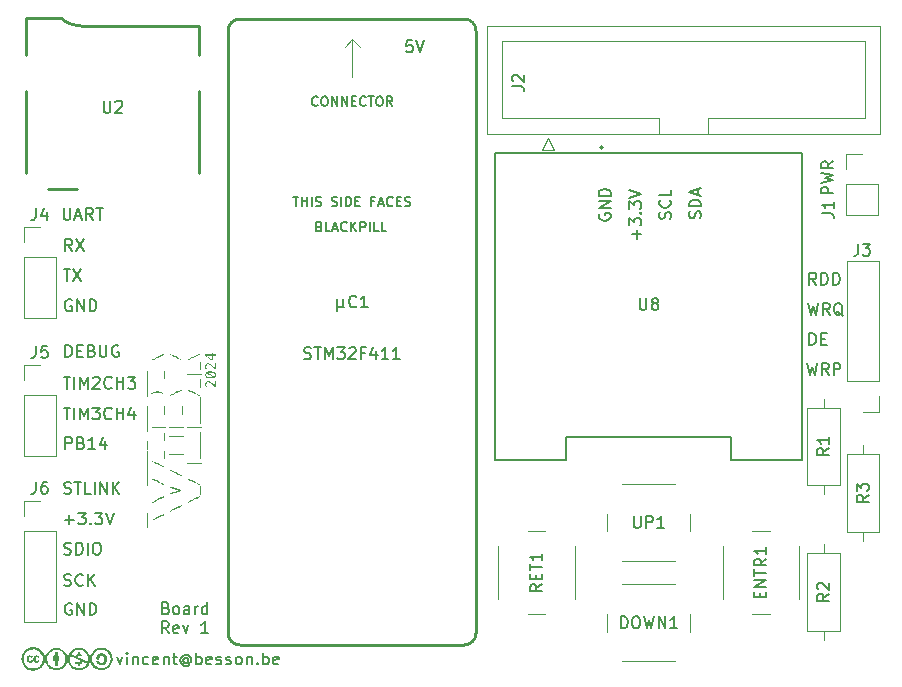
<source format=gbr>
%TF.GenerationSoftware,KiCad,Pcbnew,8.0.5*%
%TF.CreationDate,2024-10-08T11:28:01+02:00*%
%TF.ProjectId,sdiskII_stm32,73646973-6b49-4495-9f73-746d33322e6b,rev?*%
%TF.SameCoordinates,Original*%
%TF.FileFunction,Legend,Top*%
%TF.FilePolarity,Positive*%
%FSLAX46Y46*%
G04 Gerber Fmt 4.6, Leading zero omitted, Abs format (unit mm)*
G04 Created by KiCad (PCBNEW 8.0.5) date 2024-10-08 11:28:01*
%MOMM*%
%LPD*%
G01*
G04 APERTURE LIST*
%ADD10C,0.187500*%
%ADD11C,0.150000*%
%ADD12C,0.300000*%
%ADD13C,0.160000*%
%ADD14C,0.203200*%
%ADD15C,0.120000*%
%ADD16C,0.000000*%
%ADD17C,0.250000*%
%ADD18C,0.127000*%
%ADD19C,0.200000*%
G04 APERTURE END LIST*
D10*
X137258593Y-116367869D02*
X137830021Y-116367869D01*
X137544307Y-117367869D02*
X137544307Y-116367869D01*
X138163355Y-117367869D02*
X138163355Y-116367869D01*
X138639545Y-117367869D02*
X138639545Y-116367869D01*
X138639545Y-116367869D02*
X138972878Y-117082154D01*
X138972878Y-117082154D02*
X139306211Y-116367869D01*
X139306211Y-116367869D02*
X139306211Y-117367869D01*
X139734783Y-116463107D02*
X139782402Y-116415488D01*
X139782402Y-116415488D02*
X139877640Y-116367869D01*
X139877640Y-116367869D02*
X140115735Y-116367869D01*
X140115735Y-116367869D02*
X140210973Y-116415488D01*
X140210973Y-116415488D02*
X140258592Y-116463107D01*
X140258592Y-116463107D02*
X140306211Y-116558345D01*
X140306211Y-116558345D02*
X140306211Y-116653583D01*
X140306211Y-116653583D02*
X140258592Y-116796440D01*
X140258592Y-116796440D02*
X139687164Y-117367869D01*
X139687164Y-117367869D02*
X140306211Y-117367869D01*
X141306211Y-117272630D02*
X141258592Y-117320250D01*
X141258592Y-117320250D02*
X141115735Y-117367869D01*
X141115735Y-117367869D02*
X141020497Y-117367869D01*
X141020497Y-117367869D02*
X140877640Y-117320250D01*
X140877640Y-117320250D02*
X140782402Y-117225011D01*
X140782402Y-117225011D02*
X140734783Y-117129773D01*
X140734783Y-117129773D02*
X140687164Y-116939297D01*
X140687164Y-116939297D02*
X140687164Y-116796440D01*
X140687164Y-116796440D02*
X140734783Y-116605964D01*
X140734783Y-116605964D02*
X140782402Y-116510726D01*
X140782402Y-116510726D02*
X140877640Y-116415488D01*
X140877640Y-116415488D02*
X141020497Y-116367869D01*
X141020497Y-116367869D02*
X141115735Y-116367869D01*
X141115735Y-116367869D02*
X141258592Y-116415488D01*
X141258592Y-116415488D02*
X141306211Y-116463107D01*
X141734783Y-117367869D02*
X141734783Y-116367869D01*
X141734783Y-116844059D02*
X142306211Y-116844059D01*
X142306211Y-117367869D02*
X142306211Y-116367869D01*
X142687164Y-116367869D02*
X143306211Y-116367869D01*
X143306211Y-116367869D02*
X142972878Y-116748821D01*
X142972878Y-116748821D02*
X143115735Y-116748821D01*
X143115735Y-116748821D02*
X143210973Y-116796440D01*
X143210973Y-116796440D02*
X143258592Y-116844059D01*
X143258592Y-116844059D02*
X143306211Y-116939297D01*
X143306211Y-116939297D02*
X143306211Y-117177392D01*
X143306211Y-117177392D02*
X143258592Y-117272630D01*
X143258592Y-117272630D02*
X143210973Y-117320250D01*
X143210973Y-117320250D02*
X143115735Y-117367869D01*
X143115735Y-117367869D02*
X142830021Y-117367869D01*
X142830021Y-117367869D02*
X142734783Y-117320250D01*
X142734783Y-117320250D02*
X142687164Y-117272630D01*
X137925259Y-135565488D02*
X137830021Y-135517869D01*
X137830021Y-135517869D02*
X137687164Y-135517869D01*
X137687164Y-135517869D02*
X137544307Y-135565488D01*
X137544307Y-135565488D02*
X137449069Y-135660726D01*
X137449069Y-135660726D02*
X137401450Y-135755964D01*
X137401450Y-135755964D02*
X137353831Y-135946440D01*
X137353831Y-135946440D02*
X137353831Y-136089297D01*
X137353831Y-136089297D02*
X137401450Y-136279773D01*
X137401450Y-136279773D02*
X137449069Y-136375011D01*
X137449069Y-136375011D02*
X137544307Y-136470250D01*
X137544307Y-136470250D02*
X137687164Y-136517869D01*
X137687164Y-136517869D02*
X137782402Y-136517869D01*
X137782402Y-136517869D02*
X137925259Y-136470250D01*
X137925259Y-136470250D02*
X137972878Y-136422630D01*
X137972878Y-136422630D02*
X137972878Y-136089297D01*
X137972878Y-136089297D02*
X137782402Y-136089297D01*
X138401450Y-136517869D02*
X138401450Y-135517869D01*
X138401450Y-135517869D02*
X138972878Y-136517869D01*
X138972878Y-136517869D02*
X138972878Y-135517869D01*
X139449069Y-136517869D02*
X139449069Y-135517869D01*
X139449069Y-135517869D02*
X139687164Y-135517869D01*
X139687164Y-135517869D02*
X139830021Y-135565488D01*
X139830021Y-135565488D02*
X139925259Y-135660726D01*
X139925259Y-135660726D02*
X139972878Y-135755964D01*
X139972878Y-135755964D02*
X140020497Y-135946440D01*
X140020497Y-135946440D02*
X140020497Y-136089297D01*
X140020497Y-136089297D02*
X139972878Y-136279773D01*
X139972878Y-136279773D02*
X139925259Y-136375011D01*
X139925259Y-136375011D02*
X139830021Y-136470250D01*
X139830021Y-136470250D02*
X139687164Y-136517869D01*
X139687164Y-136517869D02*
X139449069Y-136517869D01*
X137401450Y-114667869D02*
X137401450Y-113667869D01*
X137401450Y-113667869D02*
X137639545Y-113667869D01*
X137639545Y-113667869D02*
X137782402Y-113715488D01*
X137782402Y-113715488D02*
X137877640Y-113810726D01*
X137877640Y-113810726D02*
X137925259Y-113905964D01*
X137925259Y-113905964D02*
X137972878Y-114096440D01*
X137972878Y-114096440D02*
X137972878Y-114239297D01*
X137972878Y-114239297D02*
X137925259Y-114429773D01*
X137925259Y-114429773D02*
X137877640Y-114525011D01*
X137877640Y-114525011D02*
X137782402Y-114620250D01*
X137782402Y-114620250D02*
X137639545Y-114667869D01*
X137639545Y-114667869D02*
X137401450Y-114667869D01*
X138401450Y-114144059D02*
X138734783Y-114144059D01*
X138877640Y-114667869D02*
X138401450Y-114667869D01*
X138401450Y-114667869D02*
X138401450Y-113667869D01*
X138401450Y-113667869D02*
X138877640Y-113667869D01*
X139639545Y-114144059D02*
X139782402Y-114191678D01*
X139782402Y-114191678D02*
X139830021Y-114239297D01*
X139830021Y-114239297D02*
X139877640Y-114334535D01*
X139877640Y-114334535D02*
X139877640Y-114477392D01*
X139877640Y-114477392D02*
X139830021Y-114572630D01*
X139830021Y-114572630D02*
X139782402Y-114620250D01*
X139782402Y-114620250D02*
X139687164Y-114667869D01*
X139687164Y-114667869D02*
X139306212Y-114667869D01*
X139306212Y-114667869D02*
X139306212Y-113667869D01*
X139306212Y-113667869D02*
X139639545Y-113667869D01*
X139639545Y-113667869D02*
X139734783Y-113715488D01*
X139734783Y-113715488D02*
X139782402Y-113763107D01*
X139782402Y-113763107D02*
X139830021Y-113858345D01*
X139830021Y-113858345D02*
X139830021Y-113953583D01*
X139830021Y-113953583D02*
X139782402Y-114048821D01*
X139782402Y-114048821D02*
X139734783Y-114096440D01*
X139734783Y-114096440D02*
X139639545Y-114144059D01*
X139639545Y-114144059D02*
X139306212Y-114144059D01*
X140306212Y-113667869D02*
X140306212Y-114477392D01*
X140306212Y-114477392D02*
X140353831Y-114572630D01*
X140353831Y-114572630D02*
X140401450Y-114620250D01*
X140401450Y-114620250D02*
X140496688Y-114667869D01*
X140496688Y-114667869D02*
X140687164Y-114667869D01*
X140687164Y-114667869D02*
X140782402Y-114620250D01*
X140782402Y-114620250D02*
X140830021Y-114572630D01*
X140830021Y-114572630D02*
X140877640Y-114477392D01*
X140877640Y-114477392D02*
X140877640Y-113667869D01*
X141877640Y-113715488D02*
X141782402Y-113667869D01*
X141782402Y-113667869D02*
X141639545Y-113667869D01*
X141639545Y-113667869D02*
X141496688Y-113715488D01*
X141496688Y-113715488D02*
X141401450Y-113810726D01*
X141401450Y-113810726D02*
X141353831Y-113905964D01*
X141353831Y-113905964D02*
X141306212Y-114096440D01*
X141306212Y-114096440D02*
X141306212Y-114239297D01*
X141306212Y-114239297D02*
X141353831Y-114429773D01*
X141353831Y-114429773D02*
X141401450Y-114525011D01*
X141401450Y-114525011D02*
X141496688Y-114620250D01*
X141496688Y-114620250D02*
X141639545Y-114667869D01*
X141639545Y-114667869D02*
X141734783Y-114667869D01*
X141734783Y-114667869D02*
X141877640Y-114620250D01*
X141877640Y-114620250D02*
X141925259Y-114572630D01*
X141925259Y-114572630D02*
X141925259Y-114239297D01*
X141925259Y-114239297D02*
X141734783Y-114239297D01*
X182605488Y-102564740D02*
X182557869Y-102659978D01*
X182557869Y-102659978D02*
X182557869Y-102802835D01*
X182557869Y-102802835D02*
X182605488Y-102945692D01*
X182605488Y-102945692D02*
X182700726Y-103040930D01*
X182700726Y-103040930D02*
X182795964Y-103088549D01*
X182795964Y-103088549D02*
X182986440Y-103136168D01*
X182986440Y-103136168D02*
X183129297Y-103136168D01*
X183129297Y-103136168D02*
X183319773Y-103088549D01*
X183319773Y-103088549D02*
X183415011Y-103040930D01*
X183415011Y-103040930D02*
X183510250Y-102945692D01*
X183510250Y-102945692D02*
X183557869Y-102802835D01*
X183557869Y-102802835D02*
X183557869Y-102707597D01*
X183557869Y-102707597D02*
X183510250Y-102564740D01*
X183510250Y-102564740D02*
X183462630Y-102517121D01*
X183462630Y-102517121D02*
X183129297Y-102517121D01*
X183129297Y-102517121D02*
X183129297Y-102707597D01*
X183557869Y-102088549D02*
X182557869Y-102088549D01*
X182557869Y-102088549D02*
X183557869Y-101517121D01*
X183557869Y-101517121D02*
X182557869Y-101517121D01*
X183557869Y-101040930D02*
X182557869Y-101040930D01*
X182557869Y-101040930D02*
X182557869Y-100802835D01*
X182557869Y-100802835D02*
X182605488Y-100659978D01*
X182605488Y-100659978D02*
X182700726Y-100564740D01*
X182700726Y-100564740D02*
X182795964Y-100517121D01*
X182795964Y-100517121D02*
X182986440Y-100469502D01*
X182986440Y-100469502D02*
X183129297Y-100469502D01*
X183129297Y-100469502D02*
X183319773Y-100517121D01*
X183319773Y-100517121D02*
X183415011Y-100564740D01*
X183415011Y-100564740D02*
X183510250Y-100659978D01*
X183510250Y-100659978D02*
X183557869Y-100802835D01*
X183557869Y-100802835D02*
X183557869Y-101040930D01*
X200306212Y-110117869D02*
X200544307Y-111117869D01*
X200544307Y-111117869D02*
X200734783Y-110403583D01*
X200734783Y-110403583D02*
X200925259Y-111117869D01*
X200925259Y-111117869D02*
X201163355Y-110117869D01*
X202115735Y-111117869D02*
X201782402Y-110641678D01*
X201544307Y-111117869D02*
X201544307Y-110117869D01*
X201544307Y-110117869D02*
X201925259Y-110117869D01*
X201925259Y-110117869D02*
X202020497Y-110165488D01*
X202020497Y-110165488D02*
X202068116Y-110213107D01*
X202068116Y-110213107D02*
X202115735Y-110308345D01*
X202115735Y-110308345D02*
X202115735Y-110451202D01*
X202115735Y-110451202D02*
X202068116Y-110546440D01*
X202068116Y-110546440D02*
X202020497Y-110594059D01*
X202020497Y-110594059D02*
X201925259Y-110641678D01*
X201925259Y-110641678D02*
X201544307Y-110641678D01*
X203210973Y-111213107D02*
X203115735Y-111165488D01*
X203115735Y-111165488D02*
X203020497Y-111070250D01*
X203020497Y-111070250D02*
X202877640Y-110927392D01*
X202877640Y-110927392D02*
X202782402Y-110879773D01*
X202782402Y-110879773D02*
X202687164Y-110879773D01*
X202734783Y-111117869D02*
X202639545Y-111070250D01*
X202639545Y-111070250D02*
X202544307Y-110975011D01*
X202544307Y-110975011D02*
X202496688Y-110784535D01*
X202496688Y-110784535D02*
X202496688Y-110451202D01*
X202496688Y-110451202D02*
X202544307Y-110260726D01*
X202544307Y-110260726D02*
X202639545Y-110165488D01*
X202639545Y-110165488D02*
X202734783Y-110117869D01*
X202734783Y-110117869D02*
X202925259Y-110117869D01*
X202925259Y-110117869D02*
X203020497Y-110165488D01*
X203020497Y-110165488D02*
X203115735Y-110260726D01*
X203115735Y-110260726D02*
X203163354Y-110451202D01*
X203163354Y-110451202D02*
X203163354Y-110784535D01*
X203163354Y-110784535D02*
X203115735Y-110975011D01*
X203115735Y-110975011D02*
X203020497Y-111070250D01*
X203020497Y-111070250D02*
X202925259Y-111117869D01*
X202925259Y-111117869D02*
X202734783Y-111117869D01*
X137258593Y-118967869D02*
X137830021Y-118967869D01*
X137544307Y-119967869D02*
X137544307Y-118967869D01*
X138163355Y-119967869D02*
X138163355Y-118967869D01*
X138639545Y-119967869D02*
X138639545Y-118967869D01*
X138639545Y-118967869D02*
X138972878Y-119682154D01*
X138972878Y-119682154D02*
X139306211Y-118967869D01*
X139306211Y-118967869D02*
X139306211Y-119967869D01*
X139687164Y-118967869D02*
X140306211Y-118967869D01*
X140306211Y-118967869D02*
X139972878Y-119348821D01*
X139972878Y-119348821D02*
X140115735Y-119348821D01*
X140115735Y-119348821D02*
X140210973Y-119396440D01*
X140210973Y-119396440D02*
X140258592Y-119444059D01*
X140258592Y-119444059D02*
X140306211Y-119539297D01*
X140306211Y-119539297D02*
X140306211Y-119777392D01*
X140306211Y-119777392D02*
X140258592Y-119872630D01*
X140258592Y-119872630D02*
X140210973Y-119920250D01*
X140210973Y-119920250D02*
X140115735Y-119967869D01*
X140115735Y-119967869D02*
X139830021Y-119967869D01*
X139830021Y-119967869D02*
X139734783Y-119920250D01*
X139734783Y-119920250D02*
X139687164Y-119872630D01*
X141306211Y-119872630D02*
X141258592Y-119920250D01*
X141258592Y-119920250D02*
X141115735Y-119967869D01*
X141115735Y-119967869D02*
X141020497Y-119967869D01*
X141020497Y-119967869D02*
X140877640Y-119920250D01*
X140877640Y-119920250D02*
X140782402Y-119825011D01*
X140782402Y-119825011D02*
X140734783Y-119729773D01*
X140734783Y-119729773D02*
X140687164Y-119539297D01*
X140687164Y-119539297D02*
X140687164Y-119396440D01*
X140687164Y-119396440D02*
X140734783Y-119205964D01*
X140734783Y-119205964D02*
X140782402Y-119110726D01*
X140782402Y-119110726D02*
X140877640Y-119015488D01*
X140877640Y-119015488D02*
X141020497Y-118967869D01*
X141020497Y-118967869D02*
X141115735Y-118967869D01*
X141115735Y-118967869D02*
X141258592Y-119015488D01*
X141258592Y-119015488D02*
X141306211Y-119063107D01*
X141734783Y-119967869D02*
X141734783Y-118967869D01*
X141734783Y-119444059D02*
X142306211Y-119444059D01*
X142306211Y-119967869D02*
X142306211Y-118967869D01*
X143210973Y-119301202D02*
X143210973Y-119967869D01*
X142972878Y-118920250D02*
X142734783Y-119634535D01*
X142734783Y-119634535D02*
X143353830Y-119634535D01*
X200216212Y-115217869D02*
X200454307Y-116217869D01*
X200454307Y-116217869D02*
X200644783Y-115503583D01*
X200644783Y-115503583D02*
X200835259Y-116217869D01*
X200835259Y-116217869D02*
X201073355Y-115217869D01*
X202025735Y-116217869D02*
X201692402Y-115741678D01*
X201454307Y-116217869D02*
X201454307Y-115217869D01*
X201454307Y-115217869D02*
X201835259Y-115217869D01*
X201835259Y-115217869D02*
X201930497Y-115265488D01*
X201930497Y-115265488D02*
X201978116Y-115313107D01*
X201978116Y-115313107D02*
X202025735Y-115408345D01*
X202025735Y-115408345D02*
X202025735Y-115551202D01*
X202025735Y-115551202D02*
X201978116Y-115646440D01*
X201978116Y-115646440D02*
X201930497Y-115694059D01*
X201930497Y-115694059D02*
X201835259Y-115741678D01*
X201835259Y-115741678D02*
X201454307Y-115741678D01*
X202454307Y-116217869D02*
X202454307Y-115217869D01*
X202454307Y-115217869D02*
X202835259Y-115217869D01*
X202835259Y-115217869D02*
X202930497Y-115265488D01*
X202930497Y-115265488D02*
X202978116Y-115313107D01*
X202978116Y-115313107D02*
X203025735Y-115408345D01*
X203025735Y-115408345D02*
X203025735Y-115551202D01*
X203025735Y-115551202D02*
X202978116Y-115646440D01*
X202978116Y-115646440D02*
X202930497Y-115694059D01*
X202930497Y-115694059D02*
X202835259Y-115741678D01*
X202835259Y-115741678D02*
X202454307Y-115741678D01*
X137303831Y-131370250D02*
X137446688Y-131417869D01*
X137446688Y-131417869D02*
X137684783Y-131417869D01*
X137684783Y-131417869D02*
X137780021Y-131370250D01*
X137780021Y-131370250D02*
X137827640Y-131322630D01*
X137827640Y-131322630D02*
X137875259Y-131227392D01*
X137875259Y-131227392D02*
X137875259Y-131132154D01*
X137875259Y-131132154D02*
X137827640Y-131036916D01*
X137827640Y-131036916D02*
X137780021Y-130989297D01*
X137780021Y-130989297D02*
X137684783Y-130941678D01*
X137684783Y-130941678D02*
X137494307Y-130894059D01*
X137494307Y-130894059D02*
X137399069Y-130846440D01*
X137399069Y-130846440D02*
X137351450Y-130798821D01*
X137351450Y-130798821D02*
X137303831Y-130703583D01*
X137303831Y-130703583D02*
X137303831Y-130608345D01*
X137303831Y-130608345D02*
X137351450Y-130513107D01*
X137351450Y-130513107D02*
X137399069Y-130465488D01*
X137399069Y-130465488D02*
X137494307Y-130417869D01*
X137494307Y-130417869D02*
X137732402Y-130417869D01*
X137732402Y-130417869D02*
X137875259Y-130465488D01*
X138303831Y-131417869D02*
X138303831Y-130417869D01*
X138303831Y-130417869D02*
X138541926Y-130417869D01*
X138541926Y-130417869D02*
X138684783Y-130465488D01*
X138684783Y-130465488D02*
X138780021Y-130560726D01*
X138780021Y-130560726D02*
X138827640Y-130655964D01*
X138827640Y-130655964D02*
X138875259Y-130846440D01*
X138875259Y-130846440D02*
X138875259Y-130989297D01*
X138875259Y-130989297D02*
X138827640Y-131179773D01*
X138827640Y-131179773D02*
X138780021Y-131275011D01*
X138780021Y-131275011D02*
X138684783Y-131370250D01*
X138684783Y-131370250D02*
X138541926Y-131417869D01*
X138541926Y-131417869D02*
X138303831Y-131417869D01*
X139303831Y-131417869D02*
X139303831Y-130417869D01*
X139970497Y-130417869D02*
X140160973Y-130417869D01*
X140160973Y-130417869D02*
X140256211Y-130465488D01*
X140256211Y-130465488D02*
X140351449Y-130560726D01*
X140351449Y-130560726D02*
X140399068Y-130751202D01*
X140399068Y-130751202D02*
X140399068Y-131084535D01*
X140399068Y-131084535D02*
X140351449Y-131275011D01*
X140351449Y-131275011D02*
X140256211Y-131370250D01*
X140256211Y-131370250D02*
X140160973Y-131417869D01*
X140160973Y-131417869D02*
X139970497Y-131417869D01*
X139970497Y-131417869D02*
X139875259Y-131370250D01*
X139875259Y-131370250D02*
X139780021Y-131275011D01*
X139780021Y-131275011D02*
X139732402Y-131084535D01*
X139732402Y-131084535D02*
X139732402Y-130751202D01*
X139732402Y-130751202D02*
X139780021Y-130560726D01*
X139780021Y-130560726D02*
X139875259Y-130465488D01*
X139875259Y-130465488D02*
X139970497Y-130417869D01*
X157603831Y-114820250D02*
X157746688Y-114867869D01*
X157746688Y-114867869D02*
X157984783Y-114867869D01*
X157984783Y-114867869D02*
X158080021Y-114820250D01*
X158080021Y-114820250D02*
X158127640Y-114772630D01*
X158127640Y-114772630D02*
X158175259Y-114677392D01*
X158175259Y-114677392D02*
X158175259Y-114582154D01*
X158175259Y-114582154D02*
X158127640Y-114486916D01*
X158127640Y-114486916D02*
X158080021Y-114439297D01*
X158080021Y-114439297D02*
X157984783Y-114391678D01*
X157984783Y-114391678D02*
X157794307Y-114344059D01*
X157794307Y-114344059D02*
X157699069Y-114296440D01*
X157699069Y-114296440D02*
X157651450Y-114248821D01*
X157651450Y-114248821D02*
X157603831Y-114153583D01*
X157603831Y-114153583D02*
X157603831Y-114058345D01*
X157603831Y-114058345D02*
X157651450Y-113963107D01*
X157651450Y-113963107D02*
X157699069Y-113915488D01*
X157699069Y-113915488D02*
X157794307Y-113867869D01*
X157794307Y-113867869D02*
X158032402Y-113867869D01*
X158032402Y-113867869D02*
X158175259Y-113915488D01*
X158460974Y-113867869D02*
X159032402Y-113867869D01*
X158746688Y-114867869D02*
X158746688Y-113867869D01*
X159365736Y-114867869D02*
X159365736Y-113867869D01*
X159365736Y-113867869D02*
X159699069Y-114582154D01*
X159699069Y-114582154D02*
X160032402Y-113867869D01*
X160032402Y-113867869D02*
X160032402Y-114867869D01*
X160413355Y-113867869D02*
X161032402Y-113867869D01*
X161032402Y-113867869D02*
X160699069Y-114248821D01*
X160699069Y-114248821D02*
X160841926Y-114248821D01*
X160841926Y-114248821D02*
X160937164Y-114296440D01*
X160937164Y-114296440D02*
X160984783Y-114344059D01*
X160984783Y-114344059D02*
X161032402Y-114439297D01*
X161032402Y-114439297D02*
X161032402Y-114677392D01*
X161032402Y-114677392D02*
X160984783Y-114772630D01*
X160984783Y-114772630D02*
X160937164Y-114820250D01*
X160937164Y-114820250D02*
X160841926Y-114867869D01*
X160841926Y-114867869D02*
X160556212Y-114867869D01*
X160556212Y-114867869D02*
X160460974Y-114820250D01*
X160460974Y-114820250D02*
X160413355Y-114772630D01*
X161413355Y-113963107D02*
X161460974Y-113915488D01*
X161460974Y-113915488D02*
X161556212Y-113867869D01*
X161556212Y-113867869D02*
X161794307Y-113867869D01*
X161794307Y-113867869D02*
X161889545Y-113915488D01*
X161889545Y-113915488D02*
X161937164Y-113963107D01*
X161937164Y-113963107D02*
X161984783Y-114058345D01*
X161984783Y-114058345D02*
X161984783Y-114153583D01*
X161984783Y-114153583D02*
X161937164Y-114296440D01*
X161937164Y-114296440D02*
X161365736Y-114867869D01*
X161365736Y-114867869D02*
X161984783Y-114867869D01*
X162746688Y-114344059D02*
X162413355Y-114344059D01*
X162413355Y-114867869D02*
X162413355Y-113867869D01*
X162413355Y-113867869D02*
X162889545Y-113867869D01*
X163699069Y-114201202D02*
X163699069Y-114867869D01*
X163460974Y-113820250D02*
X163222879Y-114534535D01*
X163222879Y-114534535D02*
X163841926Y-114534535D01*
X164746688Y-114867869D02*
X164175260Y-114867869D01*
X164460974Y-114867869D02*
X164460974Y-113867869D01*
X164460974Y-113867869D02*
X164365736Y-114010726D01*
X164365736Y-114010726D02*
X164270498Y-114105964D01*
X164270498Y-114105964D02*
X164175260Y-114153583D01*
X165699069Y-114867869D02*
X165127641Y-114867869D01*
X165413355Y-114867869D02*
X165413355Y-113867869D01*
X165413355Y-113867869D02*
X165318117Y-114010726D01*
X165318117Y-114010726D02*
X165222879Y-114105964D01*
X165222879Y-114105964D02*
X165127641Y-114153583D01*
X137303831Y-126220250D02*
X137446688Y-126267869D01*
X137446688Y-126267869D02*
X137684783Y-126267869D01*
X137684783Y-126267869D02*
X137780021Y-126220250D01*
X137780021Y-126220250D02*
X137827640Y-126172630D01*
X137827640Y-126172630D02*
X137875259Y-126077392D01*
X137875259Y-126077392D02*
X137875259Y-125982154D01*
X137875259Y-125982154D02*
X137827640Y-125886916D01*
X137827640Y-125886916D02*
X137780021Y-125839297D01*
X137780021Y-125839297D02*
X137684783Y-125791678D01*
X137684783Y-125791678D02*
X137494307Y-125744059D01*
X137494307Y-125744059D02*
X137399069Y-125696440D01*
X137399069Y-125696440D02*
X137351450Y-125648821D01*
X137351450Y-125648821D02*
X137303831Y-125553583D01*
X137303831Y-125553583D02*
X137303831Y-125458345D01*
X137303831Y-125458345D02*
X137351450Y-125363107D01*
X137351450Y-125363107D02*
X137399069Y-125315488D01*
X137399069Y-125315488D02*
X137494307Y-125267869D01*
X137494307Y-125267869D02*
X137732402Y-125267869D01*
X137732402Y-125267869D02*
X137875259Y-125315488D01*
X138160974Y-125267869D02*
X138732402Y-125267869D01*
X138446688Y-126267869D02*
X138446688Y-125267869D01*
X139541926Y-126267869D02*
X139065736Y-126267869D01*
X139065736Y-126267869D02*
X139065736Y-125267869D01*
X139875260Y-126267869D02*
X139875260Y-125267869D01*
X140351450Y-126267869D02*
X140351450Y-125267869D01*
X140351450Y-125267869D02*
X140922878Y-126267869D01*
X140922878Y-126267869D02*
X140922878Y-125267869D01*
X141399069Y-126267869D02*
X141399069Y-125267869D01*
X141970497Y-126267869D02*
X141541926Y-125696440D01*
X141970497Y-125267869D02*
X141399069Y-125839297D01*
X188610250Y-102986168D02*
X188657869Y-102843311D01*
X188657869Y-102843311D02*
X188657869Y-102605216D01*
X188657869Y-102605216D02*
X188610250Y-102509978D01*
X188610250Y-102509978D02*
X188562630Y-102462359D01*
X188562630Y-102462359D02*
X188467392Y-102414740D01*
X188467392Y-102414740D02*
X188372154Y-102414740D01*
X188372154Y-102414740D02*
X188276916Y-102462359D01*
X188276916Y-102462359D02*
X188229297Y-102509978D01*
X188229297Y-102509978D02*
X188181678Y-102605216D01*
X188181678Y-102605216D02*
X188134059Y-102795692D01*
X188134059Y-102795692D02*
X188086440Y-102890930D01*
X188086440Y-102890930D02*
X188038821Y-102938549D01*
X188038821Y-102938549D02*
X187943583Y-102986168D01*
X187943583Y-102986168D02*
X187848345Y-102986168D01*
X187848345Y-102986168D02*
X187753107Y-102938549D01*
X187753107Y-102938549D02*
X187705488Y-102890930D01*
X187705488Y-102890930D02*
X187657869Y-102795692D01*
X187657869Y-102795692D02*
X187657869Y-102557597D01*
X187657869Y-102557597D02*
X187705488Y-102414740D01*
X188562630Y-101414740D02*
X188610250Y-101462359D01*
X188610250Y-101462359D02*
X188657869Y-101605216D01*
X188657869Y-101605216D02*
X188657869Y-101700454D01*
X188657869Y-101700454D02*
X188610250Y-101843311D01*
X188610250Y-101843311D02*
X188515011Y-101938549D01*
X188515011Y-101938549D02*
X188419773Y-101986168D01*
X188419773Y-101986168D02*
X188229297Y-102033787D01*
X188229297Y-102033787D02*
X188086440Y-102033787D01*
X188086440Y-102033787D02*
X187895964Y-101986168D01*
X187895964Y-101986168D02*
X187800726Y-101938549D01*
X187800726Y-101938549D02*
X187705488Y-101843311D01*
X187705488Y-101843311D02*
X187657869Y-101700454D01*
X187657869Y-101700454D02*
X187657869Y-101605216D01*
X187657869Y-101605216D02*
X187705488Y-101462359D01*
X187705488Y-101462359D02*
X187753107Y-101414740D01*
X188657869Y-100509978D02*
X188657869Y-100986168D01*
X188657869Y-100986168D02*
X187657869Y-100986168D01*
X200972878Y-108567869D02*
X200639545Y-108091678D01*
X200401450Y-108567869D02*
X200401450Y-107567869D01*
X200401450Y-107567869D02*
X200782402Y-107567869D01*
X200782402Y-107567869D02*
X200877640Y-107615488D01*
X200877640Y-107615488D02*
X200925259Y-107663107D01*
X200925259Y-107663107D02*
X200972878Y-107758345D01*
X200972878Y-107758345D02*
X200972878Y-107901202D01*
X200972878Y-107901202D02*
X200925259Y-107996440D01*
X200925259Y-107996440D02*
X200877640Y-108044059D01*
X200877640Y-108044059D02*
X200782402Y-108091678D01*
X200782402Y-108091678D02*
X200401450Y-108091678D01*
X201401450Y-108567869D02*
X201401450Y-107567869D01*
X201401450Y-107567869D02*
X201639545Y-107567869D01*
X201639545Y-107567869D02*
X201782402Y-107615488D01*
X201782402Y-107615488D02*
X201877640Y-107710726D01*
X201877640Y-107710726D02*
X201925259Y-107805964D01*
X201925259Y-107805964D02*
X201972878Y-107996440D01*
X201972878Y-107996440D02*
X201972878Y-108139297D01*
X201972878Y-108139297D02*
X201925259Y-108329773D01*
X201925259Y-108329773D02*
X201877640Y-108425011D01*
X201877640Y-108425011D02*
X201782402Y-108520250D01*
X201782402Y-108520250D02*
X201639545Y-108567869D01*
X201639545Y-108567869D02*
X201401450Y-108567869D01*
X202401450Y-108567869D02*
X202401450Y-107567869D01*
X202401450Y-107567869D02*
X202639545Y-107567869D01*
X202639545Y-107567869D02*
X202782402Y-107615488D01*
X202782402Y-107615488D02*
X202877640Y-107710726D01*
X202877640Y-107710726D02*
X202925259Y-107805964D01*
X202925259Y-107805964D02*
X202972878Y-107996440D01*
X202972878Y-107996440D02*
X202972878Y-108139297D01*
X202972878Y-108139297D02*
X202925259Y-108329773D01*
X202925259Y-108329773D02*
X202877640Y-108425011D01*
X202877640Y-108425011D02*
X202782402Y-108520250D01*
X202782402Y-108520250D02*
X202639545Y-108567869D01*
X202639545Y-108567869D02*
X202401450Y-108567869D01*
X145904739Y-135934115D02*
X146047596Y-135981734D01*
X146047596Y-135981734D02*
X146095215Y-136029353D01*
X146095215Y-136029353D02*
X146142834Y-136124591D01*
X146142834Y-136124591D02*
X146142834Y-136267448D01*
X146142834Y-136267448D02*
X146095215Y-136362686D01*
X146095215Y-136362686D02*
X146047596Y-136410306D01*
X146047596Y-136410306D02*
X145952358Y-136457925D01*
X145952358Y-136457925D02*
X145571406Y-136457925D01*
X145571406Y-136457925D02*
X145571406Y-135457925D01*
X145571406Y-135457925D02*
X145904739Y-135457925D01*
X145904739Y-135457925D02*
X145999977Y-135505544D01*
X145999977Y-135505544D02*
X146047596Y-135553163D01*
X146047596Y-135553163D02*
X146095215Y-135648401D01*
X146095215Y-135648401D02*
X146095215Y-135743639D01*
X146095215Y-135743639D02*
X146047596Y-135838877D01*
X146047596Y-135838877D02*
X145999977Y-135886496D01*
X145999977Y-135886496D02*
X145904739Y-135934115D01*
X145904739Y-135934115D02*
X145571406Y-135934115D01*
X146714263Y-136457925D02*
X146619025Y-136410306D01*
X146619025Y-136410306D02*
X146571406Y-136362686D01*
X146571406Y-136362686D02*
X146523787Y-136267448D01*
X146523787Y-136267448D02*
X146523787Y-135981734D01*
X146523787Y-135981734D02*
X146571406Y-135886496D01*
X146571406Y-135886496D02*
X146619025Y-135838877D01*
X146619025Y-135838877D02*
X146714263Y-135791258D01*
X146714263Y-135791258D02*
X146857120Y-135791258D01*
X146857120Y-135791258D02*
X146952358Y-135838877D01*
X146952358Y-135838877D02*
X146999977Y-135886496D01*
X146999977Y-135886496D02*
X147047596Y-135981734D01*
X147047596Y-135981734D02*
X147047596Y-136267448D01*
X147047596Y-136267448D02*
X146999977Y-136362686D01*
X146999977Y-136362686D02*
X146952358Y-136410306D01*
X146952358Y-136410306D02*
X146857120Y-136457925D01*
X146857120Y-136457925D02*
X146714263Y-136457925D01*
X147904739Y-136457925D02*
X147904739Y-135934115D01*
X147904739Y-135934115D02*
X147857120Y-135838877D01*
X147857120Y-135838877D02*
X147761882Y-135791258D01*
X147761882Y-135791258D02*
X147571406Y-135791258D01*
X147571406Y-135791258D02*
X147476168Y-135838877D01*
X147904739Y-136410306D02*
X147809501Y-136457925D01*
X147809501Y-136457925D02*
X147571406Y-136457925D01*
X147571406Y-136457925D02*
X147476168Y-136410306D01*
X147476168Y-136410306D02*
X147428549Y-136315067D01*
X147428549Y-136315067D02*
X147428549Y-136219829D01*
X147428549Y-136219829D02*
X147476168Y-136124591D01*
X147476168Y-136124591D02*
X147571406Y-136076972D01*
X147571406Y-136076972D02*
X147809501Y-136076972D01*
X147809501Y-136076972D02*
X147904739Y-136029353D01*
X148380930Y-136457925D02*
X148380930Y-135791258D01*
X148380930Y-135981734D02*
X148428549Y-135886496D01*
X148428549Y-135886496D02*
X148476168Y-135838877D01*
X148476168Y-135838877D02*
X148571406Y-135791258D01*
X148571406Y-135791258D02*
X148666644Y-135791258D01*
X149428549Y-136457925D02*
X149428549Y-135457925D01*
X149428549Y-136410306D02*
X149333311Y-136457925D01*
X149333311Y-136457925D02*
X149142835Y-136457925D01*
X149142835Y-136457925D02*
X149047597Y-136410306D01*
X149047597Y-136410306D02*
X148999978Y-136362686D01*
X148999978Y-136362686D02*
X148952359Y-136267448D01*
X148952359Y-136267448D02*
X148952359Y-135981734D01*
X148952359Y-135981734D02*
X148999978Y-135886496D01*
X148999978Y-135886496D02*
X149047597Y-135838877D01*
X149047597Y-135838877D02*
X149142835Y-135791258D01*
X149142835Y-135791258D02*
X149333311Y-135791258D01*
X149333311Y-135791258D02*
X149428549Y-135838877D01*
X146142834Y-138067869D02*
X145809501Y-137591678D01*
X145571406Y-138067869D02*
X145571406Y-137067869D01*
X145571406Y-137067869D02*
X145952358Y-137067869D01*
X145952358Y-137067869D02*
X146047596Y-137115488D01*
X146047596Y-137115488D02*
X146095215Y-137163107D01*
X146095215Y-137163107D02*
X146142834Y-137258345D01*
X146142834Y-137258345D02*
X146142834Y-137401202D01*
X146142834Y-137401202D02*
X146095215Y-137496440D01*
X146095215Y-137496440D02*
X146047596Y-137544059D01*
X146047596Y-137544059D02*
X145952358Y-137591678D01*
X145952358Y-137591678D02*
X145571406Y-137591678D01*
X146952358Y-138020250D02*
X146857120Y-138067869D01*
X146857120Y-138067869D02*
X146666644Y-138067869D01*
X146666644Y-138067869D02*
X146571406Y-138020250D01*
X146571406Y-138020250D02*
X146523787Y-137925011D01*
X146523787Y-137925011D02*
X146523787Y-137544059D01*
X146523787Y-137544059D02*
X146571406Y-137448821D01*
X146571406Y-137448821D02*
X146666644Y-137401202D01*
X146666644Y-137401202D02*
X146857120Y-137401202D01*
X146857120Y-137401202D02*
X146952358Y-137448821D01*
X146952358Y-137448821D02*
X146999977Y-137544059D01*
X146999977Y-137544059D02*
X146999977Y-137639297D01*
X146999977Y-137639297D02*
X146523787Y-137734535D01*
X147333311Y-137401202D02*
X147571406Y-138067869D01*
X147571406Y-138067869D02*
X147809501Y-137401202D01*
X149476168Y-138067869D02*
X148904740Y-138067869D01*
X149190454Y-138067869D02*
X149190454Y-137067869D01*
X149190454Y-137067869D02*
X149095216Y-137210726D01*
X149095216Y-137210726D02*
X148999978Y-137305964D01*
X148999978Y-137305964D02*
X148904740Y-137353583D01*
X185776916Y-104688549D02*
X185776916Y-103926645D01*
X186157869Y-104307597D02*
X185395964Y-104307597D01*
X185157869Y-103545692D02*
X185157869Y-102926645D01*
X185157869Y-102926645D02*
X185538821Y-103259978D01*
X185538821Y-103259978D02*
X185538821Y-103117121D01*
X185538821Y-103117121D02*
X185586440Y-103021883D01*
X185586440Y-103021883D02*
X185634059Y-102974264D01*
X185634059Y-102974264D02*
X185729297Y-102926645D01*
X185729297Y-102926645D02*
X185967392Y-102926645D01*
X185967392Y-102926645D02*
X186062630Y-102974264D01*
X186062630Y-102974264D02*
X186110250Y-103021883D01*
X186110250Y-103021883D02*
X186157869Y-103117121D01*
X186157869Y-103117121D02*
X186157869Y-103402835D01*
X186157869Y-103402835D02*
X186110250Y-103498073D01*
X186110250Y-103498073D02*
X186062630Y-103545692D01*
X186062630Y-102498073D02*
X186110250Y-102450454D01*
X186110250Y-102450454D02*
X186157869Y-102498073D01*
X186157869Y-102498073D02*
X186110250Y-102545692D01*
X186110250Y-102545692D02*
X186062630Y-102498073D01*
X186062630Y-102498073D02*
X186157869Y-102498073D01*
X185157869Y-102117121D02*
X185157869Y-101498074D01*
X185157869Y-101498074D02*
X185538821Y-101831407D01*
X185538821Y-101831407D02*
X185538821Y-101688550D01*
X185538821Y-101688550D02*
X185586440Y-101593312D01*
X185586440Y-101593312D02*
X185634059Y-101545693D01*
X185634059Y-101545693D02*
X185729297Y-101498074D01*
X185729297Y-101498074D02*
X185967392Y-101498074D01*
X185967392Y-101498074D02*
X186062630Y-101545693D01*
X186062630Y-101545693D02*
X186110250Y-101593312D01*
X186110250Y-101593312D02*
X186157869Y-101688550D01*
X186157869Y-101688550D02*
X186157869Y-101974264D01*
X186157869Y-101974264D02*
X186110250Y-102069502D01*
X186110250Y-102069502D02*
X186062630Y-102117121D01*
X185157869Y-101212359D02*
X186157869Y-100879026D01*
X186157869Y-100879026D02*
X185157869Y-100545693D01*
X191160250Y-102936168D02*
X191207869Y-102793311D01*
X191207869Y-102793311D02*
X191207869Y-102555216D01*
X191207869Y-102555216D02*
X191160250Y-102459978D01*
X191160250Y-102459978D02*
X191112630Y-102412359D01*
X191112630Y-102412359D02*
X191017392Y-102364740D01*
X191017392Y-102364740D02*
X190922154Y-102364740D01*
X190922154Y-102364740D02*
X190826916Y-102412359D01*
X190826916Y-102412359D02*
X190779297Y-102459978D01*
X190779297Y-102459978D02*
X190731678Y-102555216D01*
X190731678Y-102555216D02*
X190684059Y-102745692D01*
X190684059Y-102745692D02*
X190636440Y-102840930D01*
X190636440Y-102840930D02*
X190588821Y-102888549D01*
X190588821Y-102888549D02*
X190493583Y-102936168D01*
X190493583Y-102936168D02*
X190398345Y-102936168D01*
X190398345Y-102936168D02*
X190303107Y-102888549D01*
X190303107Y-102888549D02*
X190255488Y-102840930D01*
X190255488Y-102840930D02*
X190207869Y-102745692D01*
X190207869Y-102745692D02*
X190207869Y-102507597D01*
X190207869Y-102507597D02*
X190255488Y-102364740D01*
X191207869Y-101936168D02*
X190207869Y-101936168D01*
X190207869Y-101936168D02*
X190207869Y-101698073D01*
X190207869Y-101698073D02*
X190255488Y-101555216D01*
X190255488Y-101555216D02*
X190350726Y-101459978D01*
X190350726Y-101459978D02*
X190445964Y-101412359D01*
X190445964Y-101412359D02*
X190636440Y-101364740D01*
X190636440Y-101364740D02*
X190779297Y-101364740D01*
X190779297Y-101364740D02*
X190969773Y-101412359D01*
X190969773Y-101412359D02*
X191065011Y-101459978D01*
X191065011Y-101459978D02*
X191160250Y-101555216D01*
X191160250Y-101555216D02*
X191207869Y-101698073D01*
X191207869Y-101698073D02*
X191207869Y-101936168D01*
X190922154Y-100983787D02*
X190922154Y-100507597D01*
X191207869Y-101079025D02*
X190207869Y-100745692D01*
X190207869Y-100745692D02*
X191207869Y-100412359D01*
X137401450Y-122467869D02*
X137401450Y-121467869D01*
X137401450Y-121467869D02*
X137782402Y-121467869D01*
X137782402Y-121467869D02*
X137877640Y-121515488D01*
X137877640Y-121515488D02*
X137925259Y-121563107D01*
X137925259Y-121563107D02*
X137972878Y-121658345D01*
X137972878Y-121658345D02*
X137972878Y-121801202D01*
X137972878Y-121801202D02*
X137925259Y-121896440D01*
X137925259Y-121896440D02*
X137877640Y-121944059D01*
X137877640Y-121944059D02*
X137782402Y-121991678D01*
X137782402Y-121991678D02*
X137401450Y-121991678D01*
X138734783Y-121944059D02*
X138877640Y-121991678D01*
X138877640Y-121991678D02*
X138925259Y-122039297D01*
X138925259Y-122039297D02*
X138972878Y-122134535D01*
X138972878Y-122134535D02*
X138972878Y-122277392D01*
X138972878Y-122277392D02*
X138925259Y-122372630D01*
X138925259Y-122372630D02*
X138877640Y-122420250D01*
X138877640Y-122420250D02*
X138782402Y-122467869D01*
X138782402Y-122467869D02*
X138401450Y-122467869D01*
X138401450Y-122467869D02*
X138401450Y-121467869D01*
X138401450Y-121467869D02*
X138734783Y-121467869D01*
X138734783Y-121467869D02*
X138830021Y-121515488D01*
X138830021Y-121515488D02*
X138877640Y-121563107D01*
X138877640Y-121563107D02*
X138925259Y-121658345D01*
X138925259Y-121658345D02*
X138925259Y-121753583D01*
X138925259Y-121753583D02*
X138877640Y-121848821D01*
X138877640Y-121848821D02*
X138830021Y-121896440D01*
X138830021Y-121896440D02*
X138734783Y-121944059D01*
X138734783Y-121944059D02*
X138401450Y-121944059D01*
X139925259Y-122467869D02*
X139353831Y-122467869D01*
X139639545Y-122467869D02*
X139639545Y-121467869D01*
X139639545Y-121467869D02*
X139544307Y-121610726D01*
X139544307Y-121610726D02*
X139449069Y-121705964D01*
X139449069Y-121705964D02*
X139353831Y-121753583D01*
X140782402Y-121801202D02*
X140782402Y-122467869D01*
X140544307Y-121420250D02*
X140306212Y-122134535D01*
X140306212Y-122134535D02*
X140925259Y-122134535D01*
X202407869Y-100838549D02*
X201407869Y-100838549D01*
X201407869Y-100838549D02*
X201407869Y-100457597D01*
X201407869Y-100457597D02*
X201455488Y-100362359D01*
X201455488Y-100362359D02*
X201503107Y-100314740D01*
X201503107Y-100314740D02*
X201598345Y-100267121D01*
X201598345Y-100267121D02*
X201741202Y-100267121D01*
X201741202Y-100267121D02*
X201836440Y-100314740D01*
X201836440Y-100314740D02*
X201884059Y-100362359D01*
X201884059Y-100362359D02*
X201931678Y-100457597D01*
X201931678Y-100457597D02*
X201931678Y-100838549D01*
X201407869Y-99933787D02*
X202407869Y-99695692D01*
X202407869Y-99695692D02*
X201693583Y-99505216D01*
X201693583Y-99505216D02*
X202407869Y-99314740D01*
X202407869Y-99314740D02*
X201407869Y-99076645D01*
X202407869Y-98124264D02*
X201931678Y-98457597D01*
X202407869Y-98695692D02*
X201407869Y-98695692D01*
X201407869Y-98695692D02*
X201407869Y-98314740D01*
X201407869Y-98314740D02*
X201455488Y-98219502D01*
X201455488Y-98219502D02*
X201503107Y-98171883D01*
X201503107Y-98171883D02*
X201598345Y-98124264D01*
X201598345Y-98124264D02*
X201741202Y-98124264D01*
X201741202Y-98124264D02*
X201836440Y-98171883D01*
X201836440Y-98171883D02*
X201884059Y-98219502D01*
X201884059Y-98219502D02*
X201931678Y-98314740D01*
X201931678Y-98314740D02*
X201931678Y-98695692D01*
X141756212Y-140051202D02*
X141994307Y-140717869D01*
X141994307Y-140717869D02*
X142232402Y-140051202D01*
X142613355Y-140717869D02*
X142613355Y-140051202D01*
X142613355Y-139717869D02*
X142565736Y-139765488D01*
X142565736Y-139765488D02*
X142613355Y-139813107D01*
X142613355Y-139813107D02*
X142660974Y-139765488D01*
X142660974Y-139765488D02*
X142613355Y-139717869D01*
X142613355Y-139717869D02*
X142613355Y-139813107D01*
X143089545Y-140051202D02*
X143089545Y-140717869D01*
X143089545Y-140146440D02*
X143137164Y-140098821D01*
X143137164Y-140098821D02*
X143232402Y-140051202D01*
X143232402Y-140051202D02*
X143375259Y-140051202D01*
X143375259Y-140051202D02*
X143470497Y-140098821D01*
X143470497Y-140098821D02*
X143518116Y-140194059D01*
X143518116Y-140194059D02*
X143518116Y-140717869D01*
X144422878Y-140670250D02*
X144327640Y-140717869D01*
X144327640Y-140717869D02*
X144137164Y-140717869D01*
X144137164Y-140717869D02*
X144041926Y-140670250D01*
X144041926Y-140670250D02*
X143994307Y-140622630D01*
X143994307Y-140622630D02*
X143946688Y-140527392D01*
X143946688Y-140527392D02*
X143946688Y-140241678D01*
X143946688Y-140241678D02*
X143994307Y-140146440D01*
X143994307Y-140146440D02*
X144041926Y-140098821D01*
X144041926Y-140098821D02*
X144137164Y-140051202D01*
X144137164Y-140051202D02*
X144327640Y-140051202D01*
X144327640Y-140051202D02*
X144422878Y-140098821D01*
X145232402Y-140670250D02*
X145137164Y-140717869D01*
X145137164Y-140717869D02*
X144946688Y-140717869D01*
X144946688Y-140717869D02*
X144851450Y-140670250D01*
X144851450Y-140670250D02*
X144803831Y-140575011D01*
X144803831Y-140575011D02*
X144803831Y-140194059D01*
X144803831Y-140194059D02*
X144851450Y-140098821D01*
X144851450Y-140098821D02*
X144946688Y-140051202D01*
X144946688Y-140051202D02*
X145137164Y-140051202D01*
X145137164Y-140051202D02*
X145232402Y-140098821D01*
X145232402Y-140098821D02*
X145280021Y-140194059D01*
X145280021Y-140194059D02*
X145280021Y-140289297D01*
X145280021Y-140289297D02*
X144803831Y-140384535D01*
X145708593Y-140051202D02*
X145708593Y-140717869D01*
X145708593Y-140146440D02*
X145756212Y-140098821D01*
X145756212Y-140098821D02*
X145851450Y-140051202D01*
X145851450Y-140051202D02*
X145994307Y-140051202D01*
X145994307Y-140051202D02*
X146089545Y-140098821D01*
X146089545Y-140098821D02*
X146137164Y-140194059D01*
X146137164Y-140194059D02*
X146137164Y-140717869D01*
X146470498Y-140051202D02*
X146851450Y-140051202D01*
X146613355Y-139717869D02*
X146613355Y-140575011D01*
X146613355Y-140575011D02*
X146660974Y-140670250D01*
X146660974Y-140670250D02*
X146756212Y-140717869D01*
X146756212Y-140717869D02*
X146851450Y-140717869D01*
X147803831Y-140241678D02*
X147756212Y-140194059D01*
X147756212Y-140194059D02*
X147660974Y-140146440D01*
X147660974Y-140146440D02*
X147565736Y-140146440D01*
X147565736Y-140146440D02*
X147470498Y-140194059D01*
X147470498Y-140194059D02*
X147422879Y-140241678D01*
X147422879Y-140241678D02*
X147375260Y-140336916D01*
X147375260Y-140336916D02*
X147375260Y-140432154D01*
X147375260Y-140432154D02*
X147422879Y-140527392D01*
X147422879Y-140527392D02*
X147470498Y-140575011D01*
X147470498Y-140575011D02*
X147565736Y-140622630D01*
X147565736Y-140622630D02*
X147660974Y-140622630D01*
X147660974Y-140622630D02*
X147756212Y-140575011D01*
X147756212Y-140575011D02*
X147803831Y-140527392D01*
X147803831Y-140146440D02*
X147803831Y-140527392D01*
X147803831Y-140527392D02*
X147851450Y-140575011D01*
X147851450Y-140575011D02*
X147899069Y-140575011D01*
X147899069Y-140575011D02*
X147994308Y-140527392D01*
X147994308Y-140527392D02*
X148041927Y-140432154D01*
X148041927Y-140432154D02*
X148041927Y-140194059D01*
X148041927Y-140194059D02*
X147946689Y-140051202D01*
X147946689Y-140051202D02*
X147803831Y-139955964D01*
X147803831Y-139955964D02*
X147613355Y-139908345D01*
X147613355Y-139908345D02*
X147422879Y-139955964D01*
X147422879Y-139955964D02*
X147280022Y-140051202D01*
X147280022Y-140051202D02*
X147184784Y-140194059D01*
X147184784Y-140194059D02*
X147137165Y-140384535D01*
X147137165Y-140384535D02*
X147184784Y-140575011D01*
X147184784Y-140575011D02*
X147280022Y-140717869D01*
X147280022Y-140717869D02*
X147422879Y-140813107D01*
X147422879Y-140813107D02*
X147613355Y-140860726D01*
X147613355Y-140860726D02*
X147803831Y-140813107D01*
X147803831Y-140813107D02*
X147946689Y-140717869D01*
X148470498Y-140717869D02*
X148470498Y-139717869D01*
X148470498Y-140098821D02*
X148565736Y-140051202D01*
X148565736Y-140051202D02*
X148756212Y-140051202D01*
X148756212Y-140051202D02*
X148851450Y-140098821D01*
X148851450Y-140098821D02*
X148899069Y-140146440D01*
X148899069Y-140146440D02*
X148946688Y-140241678D01*
X148946688Y-140241678D02*
X148946688Y-140527392D01*
X148946688Y-140527392D02*
X148899069Y-140622630D01*
X148899069Y-140622630D02*
X148851450Y-140670250D01*
X148851450Y-140670250D02*
X148756212Y-140717869D01*
X148756212Y-140717869D02*
X148565736Y-140717869D01*
X148565736Y-140717869D02*
X148470498Y-140670250D01*
X149756212Y-140670250D02*
X149660974Y-140717869D01*
X149660974Y-140717869D02*
X149470498Y-140717869D01*
X149470498Y-140717869D02*
X149375260Y-140670250D01*
X149375260Y-140670250D02*
X149327641Y-140575011D01*
X149327641Y-140575011D02*
X149327641Y-140194059D01*
X149327641Y-140194059D02*
X149375260Y-140098821D01*
X149375260Y-140098821D02*
X149470498Y-140051202D01*
X149470498Y-140051202D02*
X149660974Y-140051202D01*
X149660974Y-140051202D02*
X149756212Y-140098821D01*
X149756212Y-140098821D02*
X149803831Y-140194059D01*
X149803831Y-140194059D02*
X149803831Y-140289297D01*
X149803831Y-140289297D02*
X149327641Y-140384535D01*
X150184784Y-140670250D02*
X150280022Y-140717869D01*
X150280022Y-140717869D02*
X150470498Y-140717869D01*
X150470498Y-140717869D02*
X150565736Y-140670250D01*
X150565736Y-140670250D02*
X150613355Y-140575011D01*
X150613355Y-140575011D02*
X150613355Y-140527392D01*
X150613355Y-140527392D02*
X150565736Y-140432154D01*
X150565736Y-140432154D02*
X150470498Y-140384535D01*
X150470498Y-140384535D02*
X150327641Y-140384535D01*
X150327641Y-140384535D02*
X150232403Y-140336916D01*
X150232403Y-140336916D02*
X150184784Y-140241678D01*
X150184784Y-140241678D02*
X150184784Y-140194059D01*
X150184784Y-140194059D02*
X150232403Y-140098821D01*
X150232403Y-140098821D02*
X150327641Y-140051202D01*
X150327641Y-140051202D02*
X150470498Y-140051202D01*
X150470498Y-140051202D02*
X150565736Y-140098821D01*
X150994308Y-140670250D02*
X151089546Y-140717869D01*
X151089546Y-140717869D02*
X151280022Y-140717869D01*
X151280022Y-140717869D02*
X151375260Y-140670250D01*
X151375260Y-140670250D02*
X151422879Y-140575011D01*
X151422879Y-140575011D02*
X151422879Y-140527392D01*
X151422879Y-140527392D02*
X151375260Y-140432154D01*
X151375260Y-140432154D02*
X151280022Y-140384535D01*
X151280022Y-140384535D02*
X151137165Y-140384535D01*
X151137165Y-140384535D02*
X151041927Y-140336916D01*
X151041927Y-140336916D02*
X150994308Y-140241678D01*
X150994308Y-140241678D02*
X150994308Y-140194059D01*
X150994308Y-140194059D02*
X151041927Y-140098821D01*
X151041927Y-140098821D02*
X151137165Y-140051202D01*
X151137165Y-140051202D02*
X151280022Y-140051202D01*
X151280022Y-140051202D02*
X151375260Y-140098821D01*
X151994308Y-140717869D02*
X151899070Y-140670250D01*
X151899070Y-140670250D02*
X151851451Y-140622630D01*
X151851451Y-140622630D02*
X151803832Y-140527392D01*
X151803832Y-140527392D02*
X151803832Y-140241678D01*
X151803832Y-140241678D02*
X151851451Y-140146440D01*
X151851451Y-140146440D02*
X151899070Y-140098821D01*
X151899070Y-140098821D02*
X151994308Y-140051202D01*
X151994308Y-140051202D02*
X152137165Y-140051202D01*
X152137165Y-140051202D02*
X152232403Y-140098821D01*
X152232403Y-140098821D02*
X152280022Y-140146440D01*
X152280022Y-140146440D02*
X152327641Y-140241678D01*
X152327641Y-140241678D02*
X152327641Y-140527392D01*
X152327641Y-140527392D02*
X152280022Y-140622630D01*
X152280022Y-140622630D02*
X152232403Y-140670250D01*
X152232403Y-140670250D02*
X152137165Y-140717869D01*
X152137165Y-140717869D02*
X151994308Y-140717869D01*
X152756213Y-140051202D02*
X152756213Y-140717869D01*
X152756213Y-140146440D02*
X152803832Y-140098821D01*
X152803832Y-140098821D02*
X152899070Y-140051202D01*
X152899070Y-140051202D02*
X153041927Y-140051202D01*
X153041927Y-140051202D02*
X153137165Y-140098821D01*
X153137165Y-140098821D02*
X153184784Y-140194059D01*
X153184784Y-140194059D02*
X153184784Y-140717869D01*
X153660975Y-140622630D02*
X153708594Y-140670250D01*
X153708594Y-140670250D02*
X153660975Y-140717869D01*
X153660975Y-140717869D02*
X153613356Y-140670250D01*
X153613356Y-140670250D02*
X153660975Y-140622630D01*
X153660975Y-140622630D02*
X153660975Y-140717869D01*
X154137165Y-140717869D02*
X154137165Y-139717869D01*
X154137165Y-140098821D02*
X154232403Y-140051202D01*
X154232403Y-140051202D02*
X154422879Y-140051202D01*
X154422879Y-140051202D02*
X154518117Y-140098821D01*
X154518117Y-140098821D02*
X154565736Y-140146440D01*
X154565736Y-140146440D02*
X154613355Y-140241678D01*
X154613355Y-140241678D02*
X154613355Y-140527392D01*
X154613355Y-140527392D02*
X154565736Y-140622630D01*
X154565736Y-140622630D02*
X154518117Y-140670250D01*
X154518117Y-140670250D02*
X154422879Y-140717869D01*
X154422879Y-140717869D02*
X154232403Y-140717869D01*
X154232403Y-140717869D02*
X154137165Y-140670250D01*
X155422879Y-140670250D02*
X155327641Y-140717869D01*
X155327641Y-140717869D02*
X155137165Y-140717869D01*
X155137165Y-140717869D02*
X155041927Y-140670250D01*
X155041927Y-140670250D02*
X154994308Y-140575011D01*
X154994308Y-140575011D02*
X154994308Y-140194059D01*
X154994308Y-140194059D02*
X155041927Y-140098821D01*
X155041927Y-140098821D02*
X155137165Y-140051202D01*
X155137165Y-140051202D02*
X155327641Y-140051202D01*
X155327641Y-140051202D02*
X155422879Y-140098821D01*
X155422879Y-140098821D02*
X155470498Y-140194059D01*
X155470498Y-140194059D02*
X155470498Y-140289297D01*
X155470498Y-140289297D02*
X154994308Y-140384535D01*
X137972878Y-105717869D02*
X137639545Y-105241678D01*
X137401450Y-105717869D02*
X137401450Y-104717869D01*
X137401450Y-104717869D02*
X137782402Y-104717869D01*
X137782402Y-104717869D02*
X137877640Y-104765488D01*
X137877640Y-104765488D02*
X137925259Y-104813107D01*
X137925259Y-104813107D02*
X137972878Y-104908345D01*
X137972878Y-104908345D02*
X137972878Y-105051202D01*
X137972878Y-105051202D02*
X137925259Y-105146440D01*
X137925259Y-105146440D02*
X137877640Y-105194059D01*
X137877640Y-105194059D02*
X137782402Y-105241678D01*
X137782402Y-105241678D02*
X137401450Y-105241678D01*
X138306212Y-104717869D02*
X138972878Y-105717869D01*
X138972878Y-104717869D02*
X138306212Y-105717869D01*
X137251450Y-102067869D02*
X137251450Y-102877392D01*
X137251450Y-102877392D02*
X137299069Y-102972630D01*
X137299069Y-102972630D02*
X137346688Y-103020250D01*
X137346688Y-103020250D02*
X137441926Y-103067869D01*
X137441926Y-103067869D02*
X137632402Y-103067869D01*
X137632402Y-103067869D02*
X137727640Y-103020250D01*
X137727640Y-103020250D02*
X137775259Y-102972630D01*
X137775259Y-102972630D02*
X137822878Y-102877392D01*
X137822878Y-102877392D02*
X137822878Y-102067869D01*
X138251450Y-102782154D02*
X138727640Y-102782154D01*
X138156212Y-103067869D02*
X138489545Y-102067869D01*
X138489545Y-102067869D02*
X138822878Y-103067869D01*
X139727640Y-103067869D02*
X139394307Y-102591678D01*
X139156212Y-103067869D02*
X139156212Y-102067869D01*
X139156212Y-102067869D02*
X139537164Y-102067869D01*
X139537164Y-102067869D02*
X139632402Y-102115488D01*
X139632402Y-102115488D02*
X139680021Y-102163107D01*
X139680021Y-102163107D02*
X139727640Y-102258345D01*
X139727640Y-102258345D02*
X139727640Y-102401202D01*
X139727640Y-102401202D02*
X139680021Y-102496440D01*
X139680021Y-102496440D02*
X139632402Y-102544059D01*
X139632402Y-102544059D02*
X139537164Y-102591678D01*
X139537164Y-102591678D02*
X139156212Y-102591678D01*
X140013355Y-102067869D02*
X140584783Y-102067869D01*
X140299069Y-103067869D02*
X140299069Y-102067869D01*
X200401450Y-113667869D02*
X200401450Y-112667869D01*
X200401450Y-112667869D02*
X200639545Y-112667869D01*
X200639545Y-112667869D02*
X200782402Y-112715488D01*
X200782402Y-112715488D02*
X200877640Y-112810726D01*
X200877640Y-112810726D02*
X200925259Y-112905964D01*
X200925259Y-112905964D02*
X200972878Y-113096440D01*
X200972878Y-113096440D02*
X200972878Y-113239297D01*
X200972878Y-113239297D02*
X200925259Y-113429773D01*
X200925259Y-113429773D02*
X200877640Y-113525011D01*
X200877640Y-113525011D02*
X200782402Y-113620250D01*
X200782402Y-113620250D02*
X200639545Y-113667869D01*
X200639545Y-113667869D02*
X200401450Y-113667869D01*
X201401450Y-113144059D02*
X201734783Y-113144059D01*
X201877640Y-113667869D02*
X201401450Y-113667869D01*
X201401450Y-113667869D02*
X201401450Y-112667869D01*
X201401450Y-112667869D02*
X201877640Y-112667869D01*
X137303831Y-134020250D02*
X137446688Y-134067869D01*
X137446688Y-134067869D02*
X137684783Y-134067869D01*
X137684783Y-134067869D02*
X137780021Y-134020250D01*
X137780021Y-134020250D02*
X137827640Y-133972630D01*
X137827640Y-133972630D02*
X137875259Y-133877392D01*
X137875259Y-133877392D02*
X137875259Y-133782154D01*
X137875259Y-133782154D02*
X137827640Y-133686916D01*
X137827640Y-133686916D02*
X137780021Y-133639297D01*
X137780021Y-133639297D02*
X137684783Y-133591678D01*
X137684783Y-133591678D02*
X137494307Y-133544059D01*
X137494307Y-133544059D02*
X137399069Y-133496440D01*
X137399069Y-133496440D02*
X137351450Y-133448821D01*
X137351450Y-133448821D02*
X137303831Y-133353583D01*
X137303831Y-133353583D02*
X137303831Y-133258345D01*
X137303831Y-133258345D02*
X137351450Y-133163107D01*
X137351450Y-133163107D02*
X137399069Y-133115488D01*
X137399069Y-133115488D02*
X137494307Y-133067869D01*
X137494307Y-133067869D02*
X137732402Y-133067869D01*
X137732402Y-133067869D02*
X137875259Y-133115488D01*
X138875259Y-133972630D02*
X138827640Y-134020250D01*
X138827640Y-134020250D02*
X138684783Y-134067869D01*
X138684783Y-134067869D02*
X138589545Y-134067869D01*
X138589545Y-134067869D02*
X138446688Y-134020250D01*
X138446688Y-134020250D02*
X138351450Y-133925011D01*
X138351450Y-133925011D02*
X138303831Y-133829773D01*
X138303831Y-133829773D02*
X138256212Y-133639297D01*
X138256212Y-133639297D02*
X138256212Y-133496440D01*
X138256212Y-133496440D02*
X138303831Y-133305964D01*
X138303831Y-133305964D02*
X138351450Y-133210726D01*
X138351450Y-133210726D02*
X138446688Y-133115488D01*
X138446688Y-133115488D02*
X138589545Y-133067869D01*
X138589545Y-133067869D02*
X138684783Y-133067869D01*
X138684783Y-133067869D02*
X138827640Y-133115488D01*
X138827640Y-133115488D02*
X138875259Y-133163107D01*
X139303831Y-134067869D02*
X139303831Y-133067869D01*
X139875259Y-134067869D02*
X139446688Y-133496440D01*
X139875259Y-133067869D02*
X139303831Y-133639297D01*
X137258593Y-107267869D02*
X137830021Y-107267869D01*
X137544307Y-108267869D02*
X137544307Y-107267869D01*
X138068117Y-107267869D02*
X138734783Y-108267869D01*
X138734783Y-107267869D02*
X138068117Y-108267869D01*
X137925259Y-109865488D02*
X137830021Y-109817869D01*
X137830021Y-109817869D02*
X137687164Y-109817869D01*
X137687164Y-109817869D02*
X137544307Y-109865488D01*
X137544307Y-109865488D02*
X137449069Y-109960726D01*
X137449069Y-109960726D02*
X137401450Y-110055964D01*
X137401450Y-110055964D02*
X137353831Y-110246440D01*
X137353831Y-110246440D02*
X137353831Y-110389297D01*
X137353831Y-110389297D02*
X137401450Y-110579773D01*
X137401450Y-110579773D02*
X137449069Y-110675011D01*
X137449069Y-110675011D02*
X137544307Y-110770250D01*
X137544307Y-110770250D02*
X137687164Y-110817869D01*
X137687164Y-110817869D02*
X137782402Y-110817869D01*
X137782402Y-110817869D02*
X137925259Y-110770250D01*
X137925259Y-110770250D02*
X137972878Y-110722630D01*
X137972878Y-110722630D02*
X137972878Y-110389297D01*
X137972878Y-110389297D02*
X137782402Y-110389297D01*
X138401450Y-110817869D02*
X138401450Y-109817869D01*
X138401450Y-109817869D02*
X138972878Y-110817869D01*
X138972878Y-110817869D02*
X138972878Y-109817869D01*
X139449069Y-110817869D02*
X139449069Y-109817869D01*
X139449069Y-109817869D02*
X139687164Y-109817869D01*
X139687164Y-109817869D02*
X139830021Y-109865488D01*
X139830021Y-109865488D02*
X139925259Y-109960726D01*
X139925259Y-109960726D02*
X139972878Y-110055964D01*
X139972878Y-110055964D02*
X140020497Y-110246440D01*
X140020497Y-110246440D02*
X140020497Y-110389297D01*
X140020497Y-110389297D02*
X139972878Y-110579773D01*
X139972878Y-110579773D02*
X139925259Y-110675011D01*
X139925259Y-110675011D02*
X139830021Y-110770250D01*
X139830021Y-110770250D02*
X139687164Y-110817869D01*
X139687164Y-110817869D02*
X139449069Y-110817869D01*
X137351450Y-128486916D02*
X138113355Y-128486916D01*
X137732402Y-128867869D02*
X137732402Y-128105964D01*
X138494307Y-127867869D02*
X139113354Y-127867869D01*
X139113354Y-127867869D02*
X138780021Y-128248821D01*
X138780021Y-128248821D02*
X138922878Y-128248821D01*
X138922878Y-128248821D02*
X139018116Y-128296440D01*
X139018116Y-128296440D02*
X139065735Y-128344059D01*
X139065735Y-128344059D02*
X139113354Y-128439297D01*
X139113354Y-128439297D02*
X139113354Y-128677392D01*
X139113354Y-128677392D02*
X139065735Y-128772630D01*
X139065735Y-128772630D02*
X139018116Y-128820250D01*
X139018116Y-128820250D02*
X138922878Y-128867869D01*
X138922878Y-128867869D02*
X138637164Y-128867869D01*
X138637164Y-128867869D02*
X138541926Y-128820250D01*
X138541926Y-128820250D02*
X138494307Y-128772630D01*
X139541926Y-128772630D02*
X139589545Y-128820250D01*
X139589545Y-128820250D02*
X139541926Y-128867869D01*
X139541926Y-128867869D02*
X139494307Y-128820250D01*
X139494307Y-128820250D02*
X139541926Y-128772630D01*
X139541926Y-128772630D02*
X139541926Y-128867869D01*
X139922878Y-127867869D02*
X140541925Y-127867869D01*
X140541925Y-127867869D02*
X140208592Y-128248821D01*
X140208592Y-128248821D02*
X140351449Y-128248821D01*
X140351449Y-128248821D02*
X140446687Y-128296440D01*
X140446687Y-128296440D02*
X140494306Y-128344059D01*
X140494306Y-128344059D02*
X140541925Y-128439297D01*
X140541925Y-128439297D02*
X140541925Y-128677392D01*
X140541925Y-128677392D02*
X140494306Y-128772630D01*
X140494306Y-128772630D02*
X140446687Y-128820250D01*
X140446687Y-128820250D02*
X140351449Y-128867869D01*
X140351449Y-128867869D02*
X140065735Y-128867869D01*
X140065735Y-128867869D02*
X139970497Y-128820250D01*
X139970497Y-128820250D02*
X139922878Y-128772630D01*
X140827640Y-127867869D02*
X141160973Y-128867869D01*
X141160973Y-128867869D02*
X141494306Y-127867869D01*
D11*
X175244819Y-91783333D02*
X175959104Y-91783333D01*
X175959104Y-91783333D02*
X176101961Y-91830952D01*
X176101961Y-91830952D02*
X176197200Y-91926190D01*
X176197200Y-91926190D02*
X176244819Y-92069047D01*
X176244819Y-92069047D02*
X176244819Y-92164285D01*
X175340057Y-91354761D02*
X175292438Y-91307142D01*
X175292438Y-91307142D02*
X175244819Y-91211904D01*
X175244819Y-91211904D02*
X175244819Y-90973809D01*
X175244819Y-90973809D02*
X175292438Y-90878571D01*
X175292438Y-90878571D02*
X175340057Y-90830952D01*
X175340057Y-90830952D02*
X175435295Y-90783333D01*
X175435295Y-90783333D02*
X175530533Y-90783333D01*
X175530533Y-90783333D02*
X175673390Y-90830952D01*
X175673390Y-90830952D02*
X176244819Y-91402380D01*
X176244819Y-91402380D02*
X176244819Y-90783333D01*
X185528095Y-128154819D02*
X185528095Y-128964342D01*
X185528095Y-128964342D02*
X185575714Y-129059580D01*
X185575714Y-129059580D02*
X185623333Y-129107200D01*
X185623333Y-129107200D02*
X185718571Y-129154819D01*
X185718571Y-129154819D02*
X185909047Y-129154819D01*
X185909047Y-129154819D02*
X186004285Y-129107200D01*
X186004285Y-129107200D02*
X186051904Y-129059580D01*
X186051904Y-129059580D02*
X186099523Y-128964342D01*
X186099523Y-128964342D02*
X186099523Y-128154819D01*
X186575714Y-129154819D02*
X186575714Y-128154819D01*
X186575714Y-128154819D02*
X186956666Y-128154819D01*
X186956666Y-128154819D02*
X187051904Y-128202438D01*
X187051904Y-128202438D02*
X187099523Y-128250057D01*
X187099523Y-128250057D02*
X187147142Y-128345295D01*
X187147142Y-128345295D02*
X187147142Y-128488152D01*
X187147142Y-128488152D02*
X187099523Y-128583390D01*
X187099523Y-128583390D02*
X187051904Y-128631009D01*
X187051904Y-128631009D02*
X186956666Y-128678628D01*
X186956666Y-128678628D02*
X186575714Y-128678628D01*
X188099523Y-129154819D02*
X187528095Y-129154819D01*
X187813809Y-129154819D02*
X187813809Y-128154819D01*
X187813809Y-128154819D02*
X187718571Y-128297676D01*
X187718571Y-128297676D02*
X187623333Y-128392914D01*
X187623333Y-128392914D02*
X187528095Y-128440533D01*
X202054819Y-122396666D02*
X201578628Y-122729999D01*
X202054819Y-122968094D02*
X201054819Y-122968094D01*
X201054819Y-122968094D02*
X201054819Y-122587142D01*
X201054819Y-122587142D02*
X201102438Y-122491904D01*
X201102438Y-122491904D02*
X201150057Y-122444285D01*
X201150057Y-122444285D02*
X201245295Y-122396666D01*
X201245295Y-122396666D02*
X201388152Y-122396666D01*
X201388152Y-122396666D02*
X201483390Y-122444285D01*
X201483390Y-122444285D02*
X201531009Y-122491904D01*
X201531009Y-122491904D02*
X201578628Y-122587142D01*
X201578628Y-122587142D02*
X201578628Y-122968094D01*
X202054819Y-121444285D02*
X202054819Y-122015713D01*
X202054819Y-121729999D02*
X201054819Y-121729999D01*
X201054819Y-121729999D02*
X201197676Y-121825237D01*
X201197676Y-121825237D02*
X201292914Y-121920475D01*
X201292914Y-121920475D02*
X201340533Y-122015713D01*
D12*
D11*
X134906666Y-113754819D02*
X134906666Y-114469104D01*
X134906666Y-114469104D02*
X134859047Y-114611961D01*
X134859047Y-114611961D02*
X134763809Y-114707200D01*
X134763809Y-114707200D02*
X134620952Y-114754819D01*
X134620952Y-114754819D02*
X134525714Y-114754819D01*
X135859047Y-113754819D02*
X135382857Y-113754819D01*
X135382857Y-113754819D02*
X135335238Y-114231009D01*
X135335238Y-114231009D02*
X135382857Y-114183390D01*
X135382857Y-114183390D02*
X135478095Y-114135771D01*
X135478095Y-114135771D02*
X135716190Y-114135771D01*
X135716190Y-114135771D02*
X135811428Y-114183390D01*
X135811428Y-114183390D02*
X135859047Y-114231009D01*
X135859047Y-114231009D02*
X135906666Y-114326247D01*
X135906666Y-114326247D02*
X135906666Y-114564342D01*
X135906666Y-114564342D02*
X135859047Y-114659580D01*
X135859047Y-114659580D02*
X135811428Y-114707200D01*
X135811428Y-114707200D02*
X135716190Y-114754819D01*
X135716190Y-114754819D02*
X135478095Y-114754819D01*
X135478095Y-114754819D02*
X135382857Y-114707200D01*
X135382857Y-114707200D02*
X135335238Y-114659580D01*
X134906666Y-102099819D02*
X134906666Y-102814104D01*
X134906666Y-102814104D02*
X134859047Y-102956961D01*
X134859047Y-102956961D02*
X134763809Y-103052200D01*
X134763809Y-103052200D02*
X134620952Y-103099819D01*
X134620952Y-103099819D02*
X134525714Y-103099819D01*
X135811428Y-102433152D02*
X135811428Y-103099819D01*
X135573333Y-102052200D02*
X135335238Y-102766485D01*
X135335238Y-102766485D02*
X135954285Y-102766485D01*
X160408095Y-109818152D02*
X160408095Y-110818152D01*
X160884285Y-110341961D02*
X160931904Y-110437200D01*
X160931904Y-110437200D02*
X161027142Y-110484819D01*
X160408095Y-110341961D02*
X160455714Y-110437200D01*
X160455714Y-110437200D02*
X160550952Y-110484819D01*
X160550952Y-110484819D02*
X160741428Y-110484819D01*
X160741428Y-110484819D02*
X160836666Y-110437200D01*
X160836666Y-110437200D02*
X160884285Y-110341961D01*
X160884285Y-110341961D02*
X160884285Y-109818152D01*
X162027142Y-110389580D02*
X161979523Y-110437200D01*
X161979523Y-110437200D02*
X161836666Y-110484819D01*
X161836666Y-110484819D02*
X161741428Y-110484819D01*
X161741428Y-110484819D02*
X161598571Y-110437200D01*
X161598571Y-110437200D02*
X161503333Y-110341961D01*
X161503333Y-110341961D02*
X161455714Y-110246723D01*
X161455714Y-110246723D02*
X161408095Y-110056247D01*
X161408095Y-110056247D02*
X161408095Y-109913390D01*
X161408095Y-109913390D02*
X161455714Y-109722914D01*
X161455714Y-109722914D02*
X161503333Y-109627676D01*
X161503333Y-109627676D02*
X161598571Y-109532438D01*
X161598571Y-109532438D02*
X161741428Y-109484819D01*
X161741428Y-109484819D02*
X161836666Y-109484819D01*
X161836666Y-109484819D02*
X161979523Y-109532438D01*
X161979523Y-109532438D02*
X162027142Y-109580057D01*
X162979523Y-110484819D02*
X162408095Y-110484819D01*
X162693809Y-110484819D02*
X162693809Y-109484819D01*
X162693809Y-109484819D02*
X162598571Y-109627676D01*
X162598571Y-109627676D02*
X162503333Y-109722914D01*
X162503333Y-109722914D02*
X162408095Y-109770533D01*
D13*
X158892381Y-103642727D02*
X159006667Y-103680822D01*
X159006667Y-103680822D02*
X159044762Y-103718918D01*
X159044762Y-103718918D02*
X159082858Y-103795108D01*
X159082858Y-103795108D02*
X159082858Y-103909394D01*
X159082858Y-103909394D02*
X159044762Y-103985584D01*
X159044762Y-103985584D02*
X159006667Y-104023680D01*
X159006667Y-104023680D02*
X158930477Y-104061775D01*
X158930477Y-104061775D02*
X158625715Y-104061775D01*
X158625715Y-104061775D02*
X158625715Y-103261775D01*
X158625715Y-103261775D02*
X158892381Y-103261775D01*
X158892381Y-103261775D02*
X158968572Y-103299870D01*
X158968572Y-103299870D02*
X159006667Y-103337965D01*
X159006667Y-103337965D02*
X159044762Y-103414156D01*
X159044762Y-103414156D02*
X159044762Y-103490346D01*
X159044762Y-103490346D02*
X159006667Y-103566537D01*
X159006667Y-103566537D02*
X158968572Y-103604632D01*
X158968572Y-103604632D02*
X158892381Y-103642727D01*
X158892381Y-103642727D02*
X158625715Y-103642727D01*
X159806667Y-104061775D02*
X159425715Y-104061775D01*
X159425715Y-104061775D02*
X159425715Y-103261775D01*
X160035238Y-103833203D02*
X160416191Y-103833203D01*
X159959048Y-104061775D02*
X160225715Y-103261775D01*
X160225715Y-103261775D02*
X160492381Y-104061775D01*
X161216191Y-103985584D02*
X161178095Y-104023680D01*
X161178095Y-104023680D02*
X161063810Y-104061775D01*
X161063810Y-104061775D02*
X160987619Y-104061775D01*
X160987619Y-104061775D02*
X160873333Y-104023680D01*
X160873333Y-104023680D02*
X160797143Y-103947489D01*
X160797143Y-103947489D02*
X160759048Y-103871299D01*
X160759048Y-103871299D02*
X160720952Y-103718918D01*
X160720952Y-103718918D02*
X160720952Y-103604632D01*
X160720952Y-103604632D02*
X160759048Y-103452251D01*
X160759048Y-103452251D02*
X160797143Y-103376060D01*
X160797143Y-103376060D02*
X160873333Y-103299870D01*
X160873333Y-103299870D02*
X160987619Y-103261775D01*
X160987619Y-103261775D02*
X161063810Y-103261775D01*
X161063810Y-103261775D02*
X161178095Y-103299870D01*
X161178095Y-103299870D02*
X161216191Y-103337965D01*
X161559048Y-104061775D02*
X161559048Y-103261775D01*
X162016191Y-104061775D02*
X161673333Y-103604632D01*
X162016191Y-103261775D02*
X161559048Y-103718918D01*
X162359048Y-104061775D02*
X162359048Y-103261775D01*
X162359048Y-103261775D02*
X162663810Y-103261775D01*
X162663810Y-103261775D02*
X162740000Y-103299870D01*
X162740000Y-103299870D02*
X162778095Y-103337965D01*
X162778095Y-103337965D02*
X162816191Y-103414156D01*
X162816191Y-103414156D02*
X162816191Y-103528441D01*
X162816191Y-103528441D02*
X162778095Y-103604632D01*
X162778095Y-103604632D02*
X162740000Y-103642727D01*
X162740000Y-103642727D02*
X162663810Y-103680822D01*
X162663810Y-103680822D02*
X162359048Y-103680822D01*
X163159048Y-104061775D02*
X163159048Y-103261775D01*
X163920952Y-104061775D02*
X163540000Y-104061775D01*
X163540000Y-104061775D02*
X163540000Y-103261775D01*
X164568571Y-104061775D02*
X164187619Y-104061775D01*
X164187619Y-104061775D02*
X164187619Y-103261775D01*
X156679523Y-101131775D02*
X157136666Y-101131775D01*
X156908094Y-101931775D02*
X156908094Y-101131775D01*
X157403333Y-101931775D02*
X157403333Y-101131775D01*
X157403333Y-101512727D02*
X157860476Y-101512727D01*
X157860476Y-101931775D02*
X157860476Y-101131775D01*
X158241428Y-101931775D02*
X158241428Y-101131775D01*
X158584284Y-101893680D02*
X158698570Y-101931775D01*
X158698570Y-101931775D02*
X158889046Y-101931775D01*
X158889046Y-101931775D02*
X158965237Y-101893680D01*
X158965237Y-101893680D02*
X159003332Y-101855584D01*
X159003332Y-101855584D02*
X159041427Y-101779394D01*
X159041427Y-101779394D02*
X159041427Y-101703203D01*
X159041427Y-101703203D02*
X159003332Y-101627013D01*
X159003332Y-101627013D02*
X158965237Y-101588918D01*
X158965237Y-101588918D02*
X158889046Y-101550822D01*
X158889046Y-101550822D02*
X158736665Y-101512727D01*
X158736665Y-101512727D02*
X158660475Y-101474632D01*
X158660475Y-101474632D02*
X158622380Y-101436537D01*
X158622380Y-101436537D02*
X158584284Y-101360346D01*
X158584284Y-101360346D02*
X158584284Y-101284156D01*
X158584284Y-101284156D02*
X158622380Y-101207965D01*
X158622380Y-101207965D02*
X158660475Y-101169870D01*
X158660475Y-101169870D02*
X158736665Y-101131775D01*
X158736665Y-101131775D02*
X158927142Y-101131775D01*
X158927142Y-101131775D02*
X159041427Y-101169870D01*
X159955713Y-101893680D02*
X160069999Y-101931775D01*
X160069999Y-101931775D02*
X160260475Y-101931775D01*
X160260475Y-101931775D02*
X160336666Y-101893680D01*
X160336666Y-101893680D02*
X160374761Y-101855584D01*
X160374761Y-101855584D02*
X160412856Y-101779394D01*
X160412856Y-101779394D02*
X160412856Y-101703203D01*
X160412856Y-101703203D02*
X160374761Y-101627013D01*
X160374761Y-101627013D02*
X160336666Y-101588918D01*
X160336666Y-101588918D02*
X160260475Y-101550822D01*
X160260475Y-101550822D02*
X160108094Y-101512727D01*
X160108094Y-101512727D02*
X160031904Y-101474632D01*
X160031904Y-101474632D02*
X159993809Y-101436537D01*
X159993809Y-101436537D02*
X159955713Y-101360346D01*
X159955713Y-101360346D02*
X159955713Y-101284156D01*
X159955713Y-101284156D02*
X159993809Y-101207965D01*
X159993809Y-101207965D02*
X160031904Y-101169870D01*
X160031904Y-101169870D02*
X160108094Y-101131775D01*
X160108094Y-101131775D02*
X160298571Y-101131775D01*
X160298571Y-101131775D02*
X160412856Y-101169870D01*
X160755714Y-101931775D02*
X160755714Y-101131775D01*
X161136666Y-101931775D02*
X161136666Y-101131775D01*
X161136666Y-101131775D02*
X161327142Y-101131775D01*
X161327142Y-101131775D02*
X161441428Y-101169870D01*
X161441428Y-101169870D02*
X161517618Y-101246060D01*
X161517618Y-101246060D02*
X161555713Y-101322251D01*
X161555713Y-101322251D02*
X161593809Y-101474632D01*
X161593809Y-101474632D02*
X161593809Y-101588918D01*
X161593809Y-101588918D02*
X161555713Y-101741299D01*
X161555713Y-101741299D02*
X161517618Y-101817489D01*
X161517618Y-101817489D02*
X161441428Y-101893680D01*
X161441428Y-101893680D02*
X161327142Y-101931775D01*
X161327142Y-101931775D02*
X161136666Y-101931775D01*
X161936666Y-101512727D02*
X162203332Y-101512727D01*
X162317618Y-101931775D02*
X161936666Y-101931775D01*
X161936666Y-101931775D02*
X161936666Y-101131775D01*
X161936666Y-101131775D02*
X162317618Y-101131775D01*
X163536666Y-101512727D02*
X163270000Y-101512727D01*
X163270000Y-101931775D02*
X163270000Y-101131775D01*
X163270000Y-101131775D02*
X163650952Y-101131775D01*
X163917618Y-101703203D02*
X164298571Y-101703203D01*
X163841428Y-101931775D02*
X164108095Y-101131775D01*
X164108095Y-101131775D02*
X164374761Y-101931775D01*
X165098571Y-101855584D02*
X165060475Y-101893680D01*
X165060475Y-101893680D02*
X164946190Y-101931775D01*
X164946190Y-101931775D02*
X164869999Y-101931775D01*
X164869999Y-101931775D02*
X164755713Y-101893680D01*
X164755713Y-101893680D02*
X164679523Y-101817489D01*
X164679523Y-101817489D02*
X164641428Y-101741299D01*
X164641428Y-101741299D02*
X164603332Y-101588918D01*
X164603332Y-101588918D02*
X164603332Y-101474632D01*
X164603332Y-101474632D02*
X164641428Y-101322251D01*
X164641428Y-101322251D02*
X164679523Y-101246060D01*
X164679523Y-101246060D02*
X164755713Y-101169870D01*
X164755713Y-101169870D02*
X164869999Y-101131775D01*
X164869999Y-101131775D02*
X164946190Y-101131775D01*
X164946190Y-101131775D02*
X165060475Y-101169870D01*
X165060475Y-101169870D02*
X165098571Y-101207965D01*
X165441428Y-101512727D02*
X165708094Y-101512727D01*
X165822380Y-101931775D02*
X165441428Y-101931775D01*
X165441428Y-101931775D02*
X165441428Y-101131775D01*
X165441428Y-101131775D02*
X165822380Y-101131775D01*
X166127142Y-101893680D02*
X166241428Y-101931775D01*
X166241428Y-101931775D02*
X166431904Y-101931775D01*
X166431904Y-101931775D02*
X166508095Y-101893680D01*
X166508095Y-101893680D02*
X166546190Y-101855584D01*
X166546190Y-101855584D02*
X166584285Y-101779394D01*
X166584285Y-101779394D02*
X166584285Y-101703203D01*
X166584285Y-101703203D02*
X166546190Y-101627013D01*
X166546190Y-101627013D02*
X166508095Y-101588918D01*
X166508095Y-101588918D02*
X166431904Y-101550822D01*
X166431904Y-101550822D02*
X166279523Y-101512727D01*
X166279523Y-101512727D02*
X166203333Y-101474632D01*
X166203333Y-101474632D02*
X166165238Y-101436537D01*
X166165238Y-101436537D02*
X166127142Y-101360346D01*
X166127142Y-101360346D02*
X166127142Y-101284156D01*
X166127142Y-101284156D02*
X166165238Y-101207965D01*
X166165238Y-101207965D02*
X166203333Y-101169870D01*
X166203333Y-101169870D02*
X166279523Y-101131775D01*
X166279523Y-101131775D02*
X166470000Y-101131775D01*
X166470000Y-101131775D02*
X166584285Y-101169870D01*
X158774762Y-93355584D02*
X158736666Y-93393680D01*
X158736666Y-93393680D02*
X158622381Y-93431775D01*
X158622381Y-93431775D02*
X158546190Y-93431775D01*
X158546190Y-93431775D02*
X158431904Y-93393680D01*
X158431904Y-93393680D02*
X158355714Y-93317489D01*
X158355714Y-93317489D02*
X158317619Y-93241299D01*
X158317619Y-93241299D02*
X158279523Y-93088918D01*
X158279523Y-93088918D02*
X158279523Y-92974632D01*
X158279523Y-92974632D02*
X158317619Y-92822251D01*
X158317619Y-92822251D02*
X158355714Y-92746060D01*
X158355714Y-92746060D02*
X158431904Y-92669870D01*
X158431904Y-92669870D02*
X158546190Y-92631775D01*
X158546190Y-92631775D02*
X158622381Y-92631775D01*
X158622381Y-92631775D02*
X158736666Y-92669870D01*
X158736666Y-92669870D02*
X158774762Y-92707965D01*
X159270000Y-92631775D02*
X159422381Y-92631775D01*
X159422381Y-92631775D02*
X159498571Y-92669870D01*
X159498571Y-92669870D02*
X159574762Y-92746060D01*
X159574762Y-92746060D02*
X159612857Y-92898441D01*
X159612857Y-92898441D02*
X159612857Y-93165108D01*
X159612857Y-93165108D02*
X159574762Y-93317489D01*
X159574762Y-93317489D02*
X159498571Y-93393680D01*
X159498571Y-93393680D02*
X159422381Y-93431775D01*
X159422381Y-93431775D02*
X159270000Y-93431775D01*
X159270000Y-93431775D02*
X159193809Y-93393680D01*
X159193809Y-93393680D02*
X159117619Y-93317489D01*
X159117619Y-93317489D02*
X159079523Y-93165108D01*
X159079523Y-93165108D02*
X159079523Y-92898441D01*
X159079523Y-92898441D02*
X159117619Y-92746060D01*
X159117619Y-92746060D02*
X159193809Y-92669870D01*
X159193809Y-92669870D02*
X159270000Y-92631775D01*
X159955714Y-93431775D02*
X159955714Y-92631775D01*
X159955714Y-92631775D02*
X160412857Y-93431775D01*
X160412857Y-93431775D02*
X160412857Y-92631775D01*
X160793809Y-93431775D02*
X160793809Y-92631775D01*
X160793809Y-92631775D02*
X161250952Y-93431775D01*
X161250952Y-93431775D02*
X161250952Y-92631775D01*
X161631904Y-93012727D02*
X161898570Y-93012727D01*
X162012856Y-93431775D02*
X161631904Y-93431775D01*
X161631904Y-93431775D02*
X161631904Y-92631775D01*
X161631904Y-92631775D02*
X162012856Y-92631775D01*
X162812857Y-93355584D02*
X162774761Y-93393680D01*
X162774761Y-93393680D02*
X162660476Y-93431775D01*
X162660476Y-93431775D02*
X162584285Y-93431775D01*
X162584285Y-93431775D02*
X162469999Y-93393680D01*
X162469999Y-93393680D02*
X162393809Y-93317489D01*
X162393809Y-93317489D02*
X162355714Y-93241299D01*
X162355714Y-93241299D02*
X162317618Y-93088918D01*
X162317618Y-93088918D02*
X162317618Y-92974632D01*
X162317618Y-92974632D02*
X162355714Y-92822251D01*
X162355714Y-92822251D02*
X162393809Y-92746060D01*
X162393809Y-92746060D02*
X162469999Y-92669870D01*
X162469999Y-92669870D02*
X162584285Y-92631775D01*
X162584285Y-92631775D02*
X162660476Y-92631775D01*
X162660476Y-92631775D02*
X162774761Y-92669870D01*
X162774761Y-92669870D02*
X162812857Y-92707965D01*
X163041428Y-92631775D02*
X163498571Y-92631775D01*
X163269999Y-93431775D02*
X163269999Y-92631775D01*
X163917619Y-92631775D02*
X164070000Y-92631775D01*
X164070000Y-92631775D02*
X164146190Y-92669870D01*
X164146190Y-92669870D02*
X164222381Y-92746060D01*
X164222381Y-92746060D02*
X164260476Y-92898441D01*
X164260476Y-92898441D02*
X164260476Y-93165108D01*
X164260476Y-93165108D02*
X164222381Y-93317489D01*
X164222381Y-93317489D02*
X164146190Y-93393680D01*
X164146190Y-93393680D02*
X164070000Y-93431775D01*
X164070000Y-93431775D02*
X163917619Y-93431775D01*
X163917619Y-93431775D02*
X163841428Y-93393680D01*
X163841428Y-93393680D02*
X163765238Y-93317489D01*
X163765238Y-93317489D02*
X163727142Y-93165108D01*
X163727142Y-93165108D02*
X163727142Y-92898441D01*
X163727142Y-92898441D02*
X163765238Y-92746060D01*
X163765238Y-92746060D02*
X163841428Y-92669870D01*
X163841428Y-92669870D02*
X163917619Y-92631775D01*
X165060476Y-93431775D02*
X164793809Y-93050822D01*
X164603333Y-93431775D02*
X164603333Y-92631775D01*
X164603333Y-92631775D02*
X164908095Y-92631775D01*
X164908095Y-92631775D02*
X164984285Y-92669870D01*
X164984285Y-92669870D02*
X165022380Y-92707965D01*
X165022380Y-92707965D02*
X165060476Y-92784156D01*
X165060476Y-92784156D02*
X165060476Y-92898441D01*
X165060476Y-92898441D02*
X165022380Y-92974632D01*
X165022380Y-92974632D02*
X164984285Y-93012727D01*
X164984285Y-93012727D02*
X164908095Y-93050822D01*
X164908095Y-93050822D02*
X164603333Y-93050822D01*
D14*
X166773554Y-87883453D02*
X166289744Y-87883453D01*
X166289744Y-87883453D02*
X166241363Y-88367263D01*
X166241363Y-88367263D02*
X166289744Y-88318882D01*
X166289744Y-88318882D02*
X166386506Y-88270501D01*
X166386506Y-88270501D02*
X166628411Y-88270501D01*
X166628411Y-88270501D02*
X166725173Y-88318882D01*
X166725173Y-88318882D02*
X166773554Y-88367263D01*
X166773554Y-88367263D02*
X166821935Y-88464025D01*
X166821935Y-88464025D02*
X166821935Y-88705930D01*
X166821935Y-88705930D02*
X166773554Y-88802692D01*
X166773554Y-88802692D02*
X166725173Y-88851073D01*
X166725173Y-88851073D02*
X166628411Y-88899453D01*
X166628411Y-88899453D02*
X166386506Y-88899453D01*
X166386506Y-88899453D02*
X166289744Y-88851073D01*
X166289744Y-88851073D02*
X166241363Y-88802692D01*
X167112220Y-87883453D02*
X167450887Y-88899453D01*
X167450887Y-88899453D02*
X167789554Y-87883453D01*
D11*
X201444819Y-102533333D02*
X202159104Y-102533333D01*
X202159104Y-102533333D02*
X202301961Y-102580952D01*
X202301961Y-102580952D02*
X202397200Y-102676190D01*
X202397200Y-102676190D02*
X202444819Y-102819047D01*
X202444819Y-102819047D02*
X202444819Y-102914285D01*
X202444819Y-101533333D02*
X202444819Y-102104761D01*
X202444819Y-101819047D02*
X201444819Y-101819047D01*
X201444819Y-101819047D02*
X201587676Y-101914285D01*
X201587676Y-101914285D02*
X201682914Y-102009523D01*
X201682914Y-102009523D02*
X201730533Y-102104761D01*
X196221009Y-135045237D02*
X196221009Y-134711904D01*
X196744819Y-134569047D02*
X196744819Y-135045237D01*
X196744819Y-135045237D02*
X195744819Y-135045237D01*
X195744819Y-135045237D02*
X195744819Y-134569047D01*
X196744819Y-134140475D02*
X195744819Y-134140475D01*
X195744819Y-134140475D02*
X196744819Y-133569047D01*
X196744819Y-133569047D02*
X195744819Y-133569047D01*
X195744819Y-133235713D02*
X195744819Y-132664285D01*
X196744819Y-132949999D02*
X195744819Y-132949999D01*
X196744819Y-131759523D02*
X196268628Y-132092856D01*
X196744819Y-132330951D02*
X195744819Y-132330951D01*
X195744819Y-132330951D02*
X195744819Y-131949999D01*
X195744819Y-131949999D02*
X195792438Y-131854761D01*
X195792438Y-131854761D02*
X195840057Y-131807142D01*
X195840057Y-131807142D02*
X195935295Y-131759523D01*
X195935295Y-131759523D02*
X196078152Y-131759523D01*
X196078152Y-131759523D02*
X196173390Y-131807142D01*
X196173390Y-131807142D02*
X196221009Y-131854761D01*
X196221009Y-131854761D02*
X196268628Y-131949999D01*
X196268628Y-131949999D02*
X196268628Y-132330951D01*
X196744819Y-130807142D02*
X196744819Y-131378570D01*
X196744819Y-131092856D02*
X195744819Y-131092856D01*
X195744819Y-131092856D02*
X195887676Y-131188094D01*
X195887676Y-131188094D02*
X195982914Y-131283332D01*
X195982914Y-131283332D02*
X196030533Y-131378570D01*
X134906666Y-125254819D02*
X134906666Y-125969104D01*
X134906666Y-125969104D02*
X134859047Y-126111961D01*
X134859047Y-126111961D02*
X134763809Y-126207200D01*
X134763809Y-126207200D02*
X134620952Y-126254819D01*
X134620952Y-126254819D02*
X134525714Y-126254819D01*
X135811428Y-125254819D02*
X135620952Y-125254819D01*
X135620952Y-125254819D02*
X135525714Y-125302438D01*
X135525714Y-125302438D02*
X135478095Y-125350057D01*
X135478095Y-125350057D02*
X135382857Y-125492914D01*
X135382857Y-125492914D02*
X135335238Y-125683390D01*
X135335238Y-125683390D02*
X135335238Y-126064342D01*
X135335238Y-126064342D02*
X135382857Y-126159580D01*
X135382857Y-126159580D02*
X135430476Y-126207200D01*
X135430476Y-126207200D02*
X135525714Y-126254819D01*
X135525714Y-126254819D02*
X135716190Y-126254819D01*
X135716190Y-126254819D02*
X135811428Y-126207200D01*
X135811428Y-126207200D02*
X135859047Y-126159580D01*
X135859047Y-126159580D02*
X135906666Y-126064342D01*
X135906666Y-126064342D02*
X135906666Y-125826247D01*
X135906666Y-125826247D02*
X135859047Y-125731009D01*
X135859047Y-125731009D02*
X135811428Y-125683390D01*
X135811428Y-125683390D02*
X135716190Y-125635771D01*
X135716190Y-125635771D02*
X135525714Y-125635771D01*
X135525714Y-125635771D02*
X135430476Y-125683390D01*
X135430476Y-125683390D02*
X135382857Y-125731009D01*
X135382857Y-125731009D02*
X135335238Y-125826247D01*
X205404819Y-126366666D02*
X204928628Y-126699999D01*
X205404819Y-126938094D02*
X204404819Y-126938094D01*
X204404819Y-126938094D02*
X204404819Y-126557142D01*
X204404819Y-126557142D02*
X204452438Y-126461904D01*
X204452438Y-126461904D02*
X204500057Y-126414285D01*
X204500057Y-126414285D02*
X204595295Y-126366666D01*
X204595295Y-126366666D02*
X204738152Y-126366666D01*
X204738152Y-126366666D02*
X204833390Y-126414285D01*
X204833390Y-126414285D02*
X204881009Y-126461904D01*
X204881009Y-126461904D02*
X204928628Y-126557142D01*
X204928628Y-126557142D02*
X204928628Y-126938094D01*
X204404819Y-126033332D02*
X204404819Y-125414285D01*
X204404819Y-125414285D02*
X204785771Y-125747618D01*
X204785771Y-125747618D02*
X204785771Y-125604761D01*
X204785771Y-125604761D02*
X204833390Y-125509523D01*
X204833390Y-125509523D02*
X204881009Y-125461904D01*
X204881009Y-125461904D02*
X204976247Y-125414285D01*
X204976247Y-125414285D02*
X205214342Y-125414285D01*
X205214342Y-125414285D02*
X205309580Y-125461904D01*
X205309580Y-125461904D02*
X205357200Y-125509523D01*
X205357200Y-125509523D02*
X205404819Y-125604761D01*
X205404819Y-125604761D02*
X205404819Y-125890475D01*
X205404819Y-125890475D02*
X205357200Y-125985713D01*
X205357200Y-125985713D02*
X205309580Y-126033332D01*
D12*
D11*
X186028095Y-109692319D02*
X186028095Y-110501842D01*
X186028095Y-110501842D02*
X186075714Y-110597080D01*
X186075714Y-110597080D02*
X186123333Y-110644700D01*
X186123333Y-110644700D02*
X186218571Y-110692319D01*
X186218571Y-110692319D02*
X186409047Y-110692319D01*
X186409047Y-110692319D02*
X186504285Y-110644700D01*
X186504285Y-110644700D02*
X186551904Y-110597080D01*
X186551904Y-110597080D02*
X186599523Y-110501842D01*
X186599523Y-110501842D02*
X186599523Y-109692319D01*
X187218571Y-110120890D02*
X187123333Y-110073271D01*
X187123333Y-110073271D02*
X187075714Y-110025652D01*
X187075714Y-110025652D02*
X187028095Y-109930414D01*
X187028095Y-109930414D02*
X187028095Y-109882795D01*
X187028095Y-109882795D02*
X187075714Y-109787557D01*
X187075714Y-109787557D02*
X187123333Y-109739938D01*
X187123333Y-109739938D02*
X187218571Y-109692319D01*
X187218571Y-109692319D02*
X187409047Y-109692319D01*
X187409047Y-109692319D02*
X187504285Y-109739938D01*
X187504285Y-109739938D02*
X187551904Y-109787557D01*
X187551904Y-109787557D02*
X187599523Y-109882795D01*
X187599523Y-109882795D02*
X187599523Y-109930414D01*
X187599523Y-109930414D02*
X187551904Y-110025652D01*
X187551904Y-110025652D02*
X187504285Y-110073271D01*
X187504285Y-110073271D02*
X187409047Y-110120890D01*
X187409047Y-110120890D02*
X187218571Y-110120890D01*
X187218571Y-110120890D02*
X187123333Y-110168509D01*
X187123333Y-110168509D02*
X187075714Y-110216128D01*
X187075714Y-110216128D02*
X187028095Y-110311366D01*
X187028095Y-110311366D02*
X187028095Y-110501842D01*
X187028095Y-110501842D02*
X187075714Y-110597080D01*
X187075714Y-110597080D02*
X187123333Y-110644700D01*
X187123333Y-110644700D02*
X187218571Y-110692319D01*
X187218571Y-110692319D02*
X187409047Y-110692319D01*
X187409047Y-110692319D02*
X187504285Y-110644700D01*
X187504285Y-110644700D02*
X187551904Y-110597080D01*
X187551904Y-110597080D02*
X187599523Y-110501842D01*
X187599523Y-110501842D02*
X187599523Y-110311366D01*
X187599523Y-110311366D02*
X187551904Y-110216128D01*
X187551904Y-110216128D02*
X187504285Y-110168509D01*
X187504285Y-110168509D02*
X187409047Y-110120890D01*
X140628095Y-93004819D02*
X140628095Y-93814342D01*
X140628095Y-93814342D02*
X140675714Y-93909580D01*
X140675714Y-93909580D02*
X140723333Y-93957200D01*
X140723333Y-93957200D02*
X140818571Y-94004819D01*
X140818571Y-94004819D02*
X141009047Y-94004819D01*
X141009047Y-94004819D02*
X141104285Y-93957200D01*
X141104285Y-93957200D02*
X141151904Y-93909580D01*
X141151904Y-93909580D02*
X141199523Y-93814342D01*
X141199523Y-93814342D02*
X141199523Y-93004819D01*
X141628095Y-93100057D02*
X141675714Y-93052438D01*
X141675714Y-93052438D02*
X141770952Y-93004819D01*
X141770952Y-93004819D02*
X142009047Y-93004819D01*
X142009047Y-93004819D02*
X142104285Y-93052438D01*
X142104285Y-93052438D02*
X142151904Y-93100057D01*
X142151904Y-93100057D02*
X142199523Y-93195295D01*
X142199523Y-93195295D02*
X142199523Y-93290533D01*
X142199523Y-93290533D02*
X142151904Y-93433390D01*
X142151904Y-93433390D02*
X141580476Y-94004819D01*
X141580476Y-94004819D02*
X142199523Y-94004819D01*
X202054819Y-134746666D02*
X201578628Y-135079999D01*
X202054819Y-135318094D02*
X201054819Y-135318094D01*
X201054819Y-135318094D02*
X201054819Y-134937142D01*
X201054819Y-134937142D02*
X201102438Y-134841904D01*
X201102438Y-134841904D02*
X201150057Y-134794285D01*
X201150057Y-134794285D02*
X201245295Y-134746666D01*
X201245295Y-134746666D02*
X201388152Y-134746666D01*
X201388152Y-134746666D02*
X201483390Y-134794285D01*
X201483390Y-134794285D02*
X201531009Y-134841904D01*
X201531009Y-134841904D02*
X201578628Y-134937142D01*
X201578628Y-134937142D02*
X201578628Y-135318094D01*
X201150057Y-134365713D02*
X201102438Y-134318094D01*
X201102438Y-134318094D02*
X201054819Y-134222856D01*
X201054819Y-134222856D02*
X201054819Y-133984761D01*
X201054819Y-133984761D02*
X201102438Y-133889523D01*
X201102438Y-133889523D02*
X201150057Y-133841904D01*
X201150057Y-133841904D02*
X201245295Y-133794285D01*
X201245295Y-133794285D02*
X201340533Y-133794285D01*
X201340533Y-133794285D02*
X201483390Y-133841904D01*
X201483390Y-133841904D02*
X202054819Y-134413332D01*
X202054819Y-134413332D02*
X202054819Y-133794285D01*
X204516666Y-105104819D02*
X204516666Y-105819104D01*
X204516666Y-105819104D02*
X204469047Y-105961961D01*
X204469047Y-105961961D02*
X204373809Y-106057200D01*
X204373809Y-106057200D02*
X204230952Y-106104819D01*
X204230952Y-106104819D02*
X204135714Y-106104819D01*
X204897619Y-105104819D02*
X205516666Y-105104819D01*
X205516666Y-105104819D02*
X205183333Y-105485771D01*
X205183333Y-105485771D02*
X205326190Y-105485771D01*
X205326190Y-105485771D02*
X205421428Y-105533390D01*
X205421428Y-105533390D02*
X205469047Y-105581009D01*
X205469047Y-105581009D02*
X205516666Y-105676247D01*
X205516666Y-105676247D02*
X205516666Y-105914342D01*
X205516666Y-105914342D02*
X205469047Y-106009580D01*
X205469047Y-106009580D02*
X205421428Y-106057200D01*
X205421428Y-106057200D02*
X205326190Y-106104819D01*
X205326190Y-106104819D02*
X205040476Y-106104819D01*
X205040476Y-106104819D02*
X204945238Y-106057200D01*
X204945238Y-106057200D02*
X204897619Y-106009580D01*
X177744819Y-133950000D02*
X177268628Y-134283333D01*
X177744819Y-134521428D02*
X176744819Y-134521428D01*
X176744819Y-134521428D02*
X176744819Y-134140476D01*
X176744819Y-134140476D02*
X176792438Y-134045238D01*
X176792438Y-134045238D02*
X176840057Y-133997619D01*
X176840057Y-133997619D02*
X176935295Y-133950000D01*
X176935295Y-133950000D02*
X177078152Y-133950000D01*
X177078152Y-133950000D02*
X177173390Y-133997619D01*
X177173390Y-133997619D02*
X177221009Y-134045238D01*
X177221009Y-134045238D02*
X177268628Y-134140476D01*
X177268628Y-134140476D02*
X177268628Y-134521428D01*
X177221009Y-133521428D02*
X177221009Y-133188095D01*
X177744819Y-133045238D02*
X177744819Y-133521428D01*
X177744819Y-133521428D02*
X176744819Y-133521428D01*
X176744819Y-133521428D02*
X176744819Y-133045238D01*
X176744819Y-132759523D02*
X176744819Y-132188095D01*
X177744819Y-132473809D02*
X176744819Y-132473809D01*
X177744819Y-131330952D02*
X177744819Y-131902380D01*
X177744819Y-131616666D02*
X176744819Y-131616666D01*
X176744819Y-131616666D02*
X176887676Y-131711904D01*
X176887676Y-131711904D02*
X176982914Y-131807142D01*
X176982914Y-131807142D02*
X177030533Y-131902380D01*
X184432857Y-137654819D02*
X184432857Y-136654819D01*
X184432857Y-136654819D02*
X184670952Y-136654819D01*
X184670952Y-136654819D02*
X184813809Y-136702438D01*
X184813809Y-136702438D02*
X184909047Y-136797676D01*
X184909047Y-136797676D02*
X184956666Y-136892914D01*
X184956666Y-136892914D02*
X185004285Y-137083390D01*
X185004285Y-137083390D02*
X185004285Y-137226247D01*
X185004285Y-137226247D02*
X184956666Y-137416723D01*
X184956666Y-137416723D02*
X184909047Y-137511961D01*
X184909047Y-137511961D02*
X184813809Y-137607200D01*
X184813809Y-137607200D02*
X184670952Y-137654819D01*
X184670952Y-137654819D02*
X184432857Y-137654819D01*
X185623333Y-136654819D02*
X185813809Y-136654819D01*
X185813809Y-136654819D02*
X185909047Y-136702438D01*
X185909047Y-136702438D02*
X186004285Y-136797676D01*
X186004285Y-136797676D02*
X186051904Y-136988152D01*
X186051904Y-136988152D02*
X186051904Y-137321485D01*
X186051904Y-137321485D02*
X186004285Y-137511961D01*
X186004285Y-137511961D02*
X185909047Y-137607200D01*
X185909047Y-137607200D02*
X185813809Y-137654819D01*
X185813809Y-137654819D02*
X185623333Y-137654819D01*
X185623333Y-137654819D02*
X185528095Y-137607200D01*
X185528095Y-137607200D02*
X185432857Y-137511961D01*
X185432857Y-137511961D02*
X185385238Y-137321485D01*
X185385238Y-137321485D02*
X185385238Y-136988152D01*
X185385238Y-136988152D02*
X185432857Y-136797676D01*
X185432857Y-136797676D02*
X185528095Y-136702438D01*
X185528095Y-136702438D02*
X185623333Y-136654819D01*
X186385238Y-136654819D02*
X186623333Y-137654819D01*
X186623333Y-137654819D02*
X186813809Y-136940533D01*
X186813809Y-136940533D02*
X187004285Y-137654819D01*
X187004285Y-137654819D02*
X187242381Y-136654819D01*
X187623333Y-137654819D02*
X187623333Y-136654819D01*
X187623333Y-136654819D02*
X188194761Y-137654819D01*
X188194761Y-137654819D02*
X188194761Y-136654819D01*
X189194761Y-137654819D02*
X188623333Y-137654819D01*
X188909047Y-137654819D02*
X188909047Y-136654819D01*
X188909047Y-136654819D02*
X188813809Y-136797676D01*
X188813809Y-136797676D02*
X188718571Y-136892914D01*
X188718571Y-136892914D02*
X188623333Y-136940533D01*
D15*
%TO.C,J2*%
X173080000Y-86660000D02*
X206360000Y-86660000D01*
X173080000Y-95780000D02*
X173080000Y-86660000D01*
X174380000Y-87970000D02*
X205060000Y-87970000D01*
X174380000Y-94470000D02*
X174380000Y-87970000D01*
X177790000Y-97170000D02*
X178790000Y-97170000D01*
X178290000Y-96170000D02*
X177790000Y-97170000D01*
X178790000Y-97170000D02*
X178290000Y-96170000D01*
X187670000Y-94470000D02*
X174380000Y-94470000D01*
X187670000Y-95780000D02*
X187670000Y-94470000D01*
X191770000Y-94470000D02*
X191770000Y-94470000D01*
X191770000Y-94470000D02*
X191770000Y-95780000D01*
X205060000Y-87970000D02*
X205060000Y-94470000D01*
X205060000Y-94470000D02*
X191770000Y-94470000D01*
X206360000Y-86660000D02*
X206360000Y-95780000D01*
X206360000Y-95780000D02*
X173080000Y-95780000D01*
%TO.C,UP1*%
X183290000Y-127950000D02*
X183290000Y-129450000D01*
X184540000Y-131950000D02*
X189040000Y-131950000D01*
X189040000Y-125450000D02*
X184540000Y-125450000D01*
X190290000Y-129450000D02*
X190290000Y-127950000D01*
%TO.C,R1*%
X200230000Y-118980000D02*
X200230000Y-125520000D01*
X200230000Y-125520000D02*
X202970000Y-125520000D01*
X201600000Y-118210000D02*
X201600000Y-118980000D01*
X201600000Y-126290000D02*
X201600000Y-125520000D01*
X202970000Y-118980000D02*
X200230000Y-118980000D01*
X202970000Y-125520000D02*
X202970000Y-118980000D01*
D16*
%TO.C, *%
G36*
X144341600Y-121827583D02*
G01*
X144355154Y-121839919D01*
X144364017Y-121869567D01*
X144369181Y-121923960D01*
X144371637Y-122010534D01*
X144372377Y-122136723D01*
X144372414Y-122200493D01*
X144372086Y-122344758D01*
X144370441Y-122446411D01*
X144366488Y-122512884D01*
X144359236Y-122551614D01*
X144347693Y-122570035D01*
X144330867Y-122575583D01*
X144322365Y-122575862D01*
X144303129Y-122573403D01*
X144289576Y-122561067D01*
X144280712Y-122531419D01*
X144275548Y-122477026D01*
X144273092Y-122390452D01*
X144272353Y-122264263D01*
X144272315Y-122200493D01*
X144272643Y-122056227D01*
X144274288Y-121954575D01*
X144278241Y-121888102D01*
X144285494Y-121849372D01*
X144297037Y-121830950D01*
X144313862Y-121825403D01*
X144322365Y-121825123D01*
X144341600Y-121827583D01*
G37*
G36*
X144836491Y-123505254D02*
G01*
X144925848Y-123537822D01*
X145036343Y-123583376D01*
X145160349Y-123638305D01*
X145290240Y-123698997D01*
X145418390Y-123761840D01*
X145537173Y-123823222D01*
X145638962Y-123879530D01*
X145716132Y-123927154D01*
X145761056Y-123962479D01*
X145769278Y-123975490D01*
X145771622Y-124016905D01*
X145767181Y-124027291D01*
X145740659Y-124017022D01*
X145677128Y-123988755D01*
X145584626Y-123946302D01*
X145471191Y-123893473D01*
X145344862Y-123834079D01*
X145213677Y-123771932D01*
X145085674Y-123710842D01*
X144968892Y-123654619D01*
X144871370Y-123607076D01*
X144801145Y-123572022D01*
X144766257Y-123553270D01*
X144764205Y-123551790D01*
X144750082Y-123512712D01*
X144751693Y-123493527D01*
X144775897Y-123489285D01*
X144836491Y-123505254D01*
G37*
G36*
X144836491Y-125006732D02*
G01*
X144925848Y-125039299D01*
X145036343Y-125084854D01*
X145160349Y-125139783D01*
X145290240Y-125200475D01*
X145418390Y-125263318D01*
X145537173Y-125324700D01*
X145638962Y-125381008D01*
X145716132Y-125428631D01*
X145761056Y-125463957D01*
X145769278Y-125476968D01*
X145771622Y-125518383D01*
X145767181Y-125528769D01*
X145740659Y-125518500D01*
X145677128Y-125490233D01*
X145584626Y-125447780D01*
X145471191Y-125394951D01*
X145344862Y-125335557D01*
X145213677Y-125273410D01*
X145085674Y-125212319D01*
X144968892Y-125156097D01*
X144871370Y-125108554D01*
X144801145Y-125073500D01*
X144766257Y-125054748D01*
X144764205Y-125053268D01*
X144750082Y-125014190D01*
X144751693Y-124995005D01*
X144775897Y-124990763D01*
X144836491Y-125006732D01*
G37*
G36*
X145843078Y-115821672D02*
G01*
X145856631Y-115834008D01*
X145865495Y-115863655D01*
X145870659Y-115918048D01*
X145873115Y-116004622D01*
X145873854Y-116130812D01*
X145873892Y-116194582D01*
X145873564Y-116338847D01*
X145871919Y-116440499D01*
X145867966Y-116506973D01*
X145860714Y-116545703D01*
X145849170Y-116564124D01*
X145832345Y-116569671D01*
X145823842Y-116569951D01*
X145804607Y-116567491D01*
X145791053Y-116555155D01*
X145782190Y-116525508D01*
X145777026Y-116471115D01*
X145774570Y-116384541D01*
X145773830Y-116258351D01*
X145773793Y-116194582D01*
X145774121Y-116050316D01*
X145775766Y-115948664D01*
X145779719Y-115882190D01*
X145786971Y-115843460D01*
X145798515Y-115825039D01*
X145815340Y-115819492D01*
X145823842Y-115819212D01*
X145843078Y-115821672D01*
G37*
G36*
X145843078Y-118824628D02*
G01*
X145856631Y-118836964D01*
X145865495Y-118866611D01*
X145870659Y-118921004D01*
X145873115Y-119007578D01*
X145873854Y-119133767D01*
X145873892Y-119197537D01*
X145873564Y-119341803D01*
X145871919Y-119443455D01*
X145867966Y-119509929D01*
X145860714Y-119548659D01*
X145849170Y-119567080D01*
X145832345Y-119572627D01*
X145823842Y-119572907D01*
X145804607Y-119570447D01*
X145791053Y-119558111D01*
X145782190Y-119528464D01*
X145777026Y-119474071D01*
X145774570Y-119387497D01*
X145773830Y-119261307D01*
X145773793Y-119197537D01*
X145774121Y-119053272D01*
X145775766Y-118951620D01*
X145779719Y-118885146D01*
X145786971Y-118846416D01*
X145798515Y-118827995D01*
X145815340Y-118822447D01*
X145823842Y-118822168D01*
X145843078Y-118824628D01*
G37*
G36*
X145843078Y-121076844D02*
G01*
X145856631Y-121089180D01*
X145865495Y-121118828D01*
X145870659Y-121173221D01*
X145873115Y-121259795D01*
X145873854Y-121385984D01*
X145873892Y-121449754D01*
X145873564Y-121594019D01*
X145871919Y-121695672D01*
X145867966Y-121762145D01*
X145860714Y-121800875D01*
X145849170Y-121819297D01*
X145832345Y-121824844D01*
X145823842Y-121825123D01*
X145804607Y-121822664D01*
X145791053Y-121810328D01*
X145782190Y-121780680D01*
X145777026Y-121726287D01*
X145774570Y-121639713D01*
X145773830Y-121513524D01*
X145773793Y-121449754D01*
X145774121Y-121305489D01*
X145775766Y-121203836D01*
X145779719Y-121137363D01*
X145786971Y-121098633D01*
X145798515Y-121080212D01*
X145815340Y-121074664D01*
X145823842Y-121074385D01*
X145843078Y-121076844D01*
G37*
G36*
X145843078Y-122603347D02*
G01*
X145856631Y-122615683D01*
X145865495Y-122645330D01*
X145870659Y-122699723D01*
X145873115Y-122786297D01*
X145873854Y-122912487D01*
X145873892Y-122976256D01*
X145873564Y-123120522D01*
X145871919Y-123222174D01*
X145867966Y-123288648D01*
X145860714Y-123327378D01*
X145849170Y-123345799D01*
X145832345Y-123351346D01*
X145823842Y-123351626D01*
X145804607Y-123349166D01*
X145791053Y-123336830D01*
X145782190Y-123307183D01*
X145777026Y-123252790D01*
X145774570Y-123166216D01*
X145773830Y-123040026D01*
X145773793Y-122976256D01*
X145774121Y-122831991D01*
X145775766Y-122730339D01*
X145779719Y-122663865D01*
X145786971Y-122625135D01*
X145798515Y-122606714D01*
X145815340Y-122601167D01*
X145823842Y-122600887D01*
X145843078Y-122603347D01*
G37*
G36*
X146337968Y-114446338D02*
G01*
X146427326Y-114478905D01*
X146537821Y-114524460D01*
X146661827Y-114579389D01*
X146791718Y-114640081D01*
X146919868Y-114702924D01*
X147038651Y-114764306D01*
X147140440Y-114820614D01*
X147217610Y-114868237D01*
X147262534Y-114903563D01*
X147270755Y-114916574D01*
X147273100Y-114957989D01*
X147268659Y-114968375D01*
X147242137Y-114958106D01*
X147178606Y-114929839D01*
X147086104Y-114887386D01*
X146972669Y-114834557D01*
X146846340Y-114775163D01*
X146715154Y-114713016D01*
X146587152Y-114651925D01*
X146470370Y-114595703D01*
X146372848Y-114548160D01*
X146302623Y-114513106D01*
X146267735Y-114494353D01*
X146265683Y-114492874D01*
X146251560Y-114453796D01*
X146253171Y-114434611D01*
X146277375Y-114430369D01*
X146337968Y-114446338D01*
G37*
G36*
X146337968Y-124255993D02*
G01*
X146427326Y-124288561D01*
X146537821Y-124334115D01*
X146661827Y-124389044D01*
X146791718Y-124449736D01*
X146919868Y-124512579D01*
X147038651Y-124573961D01*
X147140440Y-124630269D01*
X147217610Y-124677892D01*
X147262534Y-124713218D01*
X147270755Y-124726229D01*
X147273100Y-124767644D01*
X147268659Y-124778030D01*
X147242137Y-124767761D01*
X147178606Y-124739494D01*
X147086104Y-124697041D01*
X146972669Y-124644212D01*
X146846340Y-124584818D01*
X146715154Y-124522671D01*
X146587152Y-124461580D01*
X146470370Y-124405358D01*
X146372848Y-124357815D01*
X146302623Y-124322761D01*
X146267735Y-124304009D01*
X146265683Y-124302529D01*
X146251560Y-124263451D01*
X146253171Y-124244266D01*
X146277375Y-124240024D01*
X146337968Y-124255993D01*
G37*
G36*
X147344556Y-118824628D02*
G01*
X147358109Y-118836964D01*
X147366972Y-118866611D01*
X147372136Y-118921004D01*
X147374593Y-119007578D01*
X147375332Y-119133767D01*
X147375370Y-119197537D01*
X147375042Y-119341803D01*
X147373397Y-119443455D01*
X147369444Y-119509929D01*
X147362191Y-119548659D01*
X147350648Y-119567080D01*
X147333823Y-119572627D01*
X147325320Y-119572907D01*
X147306085Y-119570447D01*
X147292531Y-119558111D01*
X147283668Y-119528464D01*
X147278504Y-119474071D01*
X147276048Y-119387497D01*
X147275308Y-119261307D01*
X147275271Y-119197537D01*
X147275599Y-119053272D01*
X147277244Y-118951620D01*
X147281197Y-118885146D01*
X147288449Y-118846416D01*
X147299992Y-118827995D01*
X147316818Y-118822447D01*
X147325320Y-118822168D01*
X147344556Y-118824628D01*
G37*
G36*
X147839446Y-117474318D02*
G01*
X147928804Y-117506886D01*
X148039299Y-117552440D01*
X148163305Y-117607369D01*
X148293196Y-117668061D01*
X148421346Y-117730904D01*
X148540128Y-117792286D01*
X148641918Y-117848594D01*
X148719087Y-117896218D01*
X148764011Y-117931543D01*
X148772233Y-117944554D01*
X148774578Y-117985969D01*
X148770136Y-117996355D01*
X148743615Y-117986086D01*
X148680084Y-117957819D01*
X148587582Y-117915366D01*
X148474147Y-117862537D01*
X148347817Y-117803143D01*
X148216632Y-117740996D01*
X148088630Y-117679906D01*
X147971848Y-117623683D01*
X147874326Y-117576140D01*
X147804101Y-117541086D01*
X147769213Y-117522334D01*
X147767161Y-117520854D01*
X147753038Y-117481776D01*
X147754648Y-117462591D01*
X147778852Y-117458349D01*
X147839446Y-117474318D01*
G37*
G36*
X147839446Y-125006732D02*
G01*
X147928804Y-125039299D01*
X148039299Y-125084854D01*
X148163305Y-125139783D01*
X148293196Y-125200475D01*
X148421346Y-125263318D01*
X148540128Y-125324700D01*
X148641918Y-125381008D01*
X148719087Y-125428631D01*
X148764011Y-125463957D01*
X148772233Y-125476968D01*
X148774578Y-125518383D01*
X148770136Y-125528769D01*
X148743615Y-125518500D01*
X148680084Y-125490233D01*
X148587582Y-125447780D01*
X148474147Y-125394951D01*
X148347817Y-125335557D01*
X148216632Y-125273410D01*
X148088630Y-125212319D01*
X147971848Y-125156097D01*
X147874326Y-125108554D01*
X147804101Y-125073500D01*
X147769213Y-125054748D01*
X147767161Y-125053268D01*
X147753038Y-125014190D01*
X147754648Y-124995005D01*
X147778852Y-124990763D01*
X147839446Y-125006732D01*
G37*
G36*
X148846034Y-115070933D02*
G01*
X148859587Y-115083269D01*
X148868450Y-115112916D01*
X148873614Y-115167309D01*
X148876070Y-115253883D01*
X148876810Y-115380073D01*
X148876847Y-115443843D01*
X148876519Y-115588108D01*
X148874875Y-115689760D01*
X148870922Y-115756234D01*
X148863669Y-115794964D01*
X148852126Y-115813385D01*
X148835301Y-115818933D01*
X148826798Y-115819212D01*
X148807563Y-115816752D01*
X148794009Y-115804416D01*
X148785146Y-115774769D01*
X148779982Y-115720376D01*
X148777526Y-115633802D01*
X148776786Y-115507612D01*
X148776749Y-115443843D01*
X148777077Y-115299577D01*
X148778722Y-115197925D01*
X148782675Y-115131451D01*
X148789927Y-115092721D01*
X148801470Y-115074300D01*
X148818295Y-115068753D01*
X148826798Y-115068473D01*
X148846034Y-115070933D01*
G37*
G36*
X148846034Y-116572411D02*
G01*
X148859587Y-116584747D01*
X148868450Y-116614394D01*
X148873614Y-116668787D01*
X148876070Y-116755361D01*
X148876810Y-116881551D01*
X148876847Y-116945321D01*
X148876519Y-117089586D01*
X148874875Y-117191238D01*
X148870922Y-117257712D01*
X148863669Y-117296442D01*
X148852126Y-117314863D01*
X148835301Y-117320410D01*
X148826798Y-117320690D01*
X148807563Y-117318230D01*
X148794009Y-117305894D01*
X148785146Y-117276247D01*
X148779982Y-117221854D01*
X148777526Y-117135280D01*
X148776786Y-117009090D01*
X148776749Y-116945321D01*
X148777077Y-116801055D01*
X148778722Y-116699403D01*
X148782675Y-116632929D01*
X148789927Y-116594199D01*
X148801470Y-116575778D01*
X148818295Y-116570231D01*
X148826798Y-116569951D01*
X148846034Y-116572411D01*
G37*
G36*
X148846034Y-122603347D02*
G01*
X148859587Y-122615683D01*
X148868450Y-122645330D01*
X148873614Y-122699723D01*
X148876070Y-122786297D01*
X148876810Y-122912487D01*
X148876847Y-122976256D01*
X148876519Y-123120522D01*
X148874875Y-123222174D01*
X148870922Y-123288648D01*
X148863669Y-123327378D01*
X148852126Y-123345799D01*
X148835301Y-123351346D01*
X148826798Y-123351626D01*
X148807563Y-123349166D01*
X148794009Y-123336830D01*
X148785146Y-123307183D01*
X148779982Y-123252790D01*
X148777526Y-123166216D01*
X148776786Y-123040026D01*
X148776749Y-122976256D01*
X148777077Y-122831991D01*
X148778722Y-122730339D01*
X148782675Y-122663865D01*
X148789927Y-122625135D01*
X148801470Y-122606714D01*
X148818295Y-122601167D01*
X148826798Y-122600887D01*
X148846034Y-122603347D01*
G37*
G36*
X148846034Y-125606303D02*
G01*
X148859587Y-125618639D01*
X148868450Y-125648286D01*
X148873614Y-125702679D01*
X148876070Y-125789253D01*
X148876810Y-125915442D01*
X148876847Y-125979212D01*
X148876519Y-126123478D01*
X148874875Y-126225130D01*
X148870922Y-126291603D01*
X148863669Y-126330333D01*
X148852126Y-126348755D01*
X148835301Y-126354302D01*
X148826798Y-126354582D01*
X148807563Y-126352122D01*
X148794009Y-126339786D01*
X148785146Y-126310139D01*
X148779982Y-126255745D01*
X148777526Y-126169172D01*
X148776786Y-126042982D01*
X148776749Y-125979212D01*
X148777077Y-125834947D01*
X148778722Y-125733295D01*
X148782675Y-125666821D01*
X148789927Y-125628091D01*
X148801470Y-125609670D01*
X148818295Y-125604122D01*
X148826798Y-125603843D01*
X148846034Y-125606303D01*
G37*
G36*
X145769257Y-114414026D02*
G01*
X145773721Y-114424538D01*
X145773841Y-114440901D01*
X145773793Y-114445558D01*
X145761288Y-114478301D01*
X145718912Y-114513613D01*
X145639374Y-114556856D01*
X145592365Y-114579026D01*
X145499429Y-114622057D01*
X145376594Y-114679461D01*
X145239140Y-114744072D01*
X145102345Y-114808727D01*
X145088410Y-114815336D01*
X144972463Y-114870014D01*
X144873460Y-114916057D01*
X144799761Y-114949628D01*
X144759724Y-114966890D01*
X144755094Y-114968375D01*
X144749673Y-114947618D01*
X144752299Y-114916799D01*
X144765881Y-114892661D01*
X144803193Y-114862021D01*
X144869251Y-114821964D01*
X144969068Y-114769578D01*
X145107662Y-114701947D01*
X145185714Y-114664963D01*
X145364140Y-114580956D01*
X145502333Y-114516189D01*
X145605421Y-114468751D01*
X145678530Y-114436728D01*
X145726788Y-114418209D01*
X145755321Y-114411279D01*
X145769257Y-114414026D01*
G37*
G36*
X145769257Y-126475898D02*
G01*
X145773721Y-126486410D01*
X145773841Y-126502773D01*
X145773793Y-126507430D01*
X145761288Y-126540173D01*
X145718912Y-126575484D01*
X145639374Y-126618728D01*
X145592365Y-126640898D01*
X145499429Y-126683929D01*
X145376594Y-126741333D01*
X145239140Y-126805944D01*
X145102345Y-126870599D01*
X145088410Y-126877208D01*
X144972463Y-126931886D01*
X144873460Y-126977929D01*
X144799761Y-127011500D01*
X144759724Y-127028762D01*
X144755094Y-127030247D01*
X144749673Y-127009490D01*
X144752299Y-126978671D01*
X144765881Y-126954533D01*
X144803193Y-126923893D01*
X144869251Y-126883836D01*
X144969068Y-126831450D01*
X145107662Y-126763819D01*
X145185714Y-126726835D01*
X145364140Y-126642827D01*
X145502333Y-126578061D01*
X145605421Y-126530623D01*
X145678530Y-126498600D01*
X145726788Y-126480080D01*
X145755321Y-126473151D01*
X145769257Y-126475898D01*
G37*
G36*
X145769257Y-127977376D02*
G01*
X145773721Y-127987888D01*
X145773841Y-128004251D01*
X145773793Y-128008908D01*
X145761288Y-128041651D01*
X145718912Y-128076962D01*
X145639374Y-128120206D01*
X145592365Y-128142376D01*
X145499429Y-128185407D01*
X145376594Y-128242810D01*
X145239140Y-128307422D01*
X145102345Y-128372077D01*
X145088410Y-128378686D01*
X144972463Y-128433364D01*
X144873460Y-128479407D01*
X144799761Y-128512978D01*
X144759724Y-128530239D01*
X144755094Y-128531724D01*
X144749673Y-128510968D01*
X144752299Y-128480149D01*
X144765881Y-128456011D01*
X144803193Y-128425370D01*
X144869251Y-128385314D01*
X144969068Y-128332927D01*
X145107662Y-128265296D01*
X145185714Y-128228313D01*
X145364140Y-128144305D01*
X145502333Y-128079539D01*
X145605421Y-128032101D01*
X145678530Y-128000078D01*
X145726788Y-127981558D01*
X145755321Y-127974628D01*
X145769257Y-127977376D01*
G37*
G36*
X147270734Y-117442006D02*
G01*
X147275199Y-117452518D01*
X147275319Y-117468881D01*
X147275271Y-117473538D01*
X147262766Y-117506281D01*
X147220390Y-117541593D01*
X147140852Y-117584836D01*
X147093842Y-117607006D01*
X147000907Y-117650037D01*
X146878072Y-117707441D01*
X146740617Y-117772053D01*
X146603823Y-117836707D01*
X146589888Y-117843317D01*
X146473941Y-117897994D01*
X146374938Y-117944037D01*
X146301239Y-117977608D01*
X146261202Y-117994870D01*
X146256571Y-117996355D01*
X146251151Y-117975599D01*
X146253777Y-117944780D01*
X146267359Y-117920641D01*
X146304671Y-117890001D01*
X146370728Y-117849945D01*
X146470546Y-117797558D01*
X146609140Y-117729927D01*
X146687192Y-117692943D01*
X146865618Y-117608936D01*
X147003811Y-117544169D01*
X147106899Y-117496731D01*
X147180008Y-117464709D01*
X147228266Y-117446189D01*
X147256799Y-117439259D01*
X147270734Y-117442006D01*
G37*
G36*
X147270734Y-127226637D02*
G01*
X147275199Y-127237149D01*
X147275319Y-127253512D01*
X147275271Y-127258169D01*
X147262766Y-127290912D01*
X147220390Y-127326223D01*
X147140852Y-127369467D01*
X147093842Y-127391637D01*
X147000907Y-127434668D01*
X146878072Y-127492072D01*
X146740617Y-127556683D01*
X146603823Y-127621338D01*
X146589888Y-127627947D01*
X146473941Y-127682625D01*
X146374938Y-127728668D01*
X146301239Y-127762239D01*
X146261202Y-127779500D01*
X146256571Y-127780986D01*
X146251151Y-127760229D01*
X146253777Y-127729410D01*
X146267359Y-127705272D01*
X146304671Y-127674632D01*
X146370728Y-127634575D01*
X146470546Y-127582189D01*
X146609140Y-127514558D01*
X146687192Y-127477574D01*
X146865618Y-127393566D01*
X147003811Y-127328800D01*
X147106899Y-127281362D01*
X147180008Y-127249339D01*
X147228266Y-127230819D01*
X147256799Y-127223890D01*
X147270734Y-127226637D01*
G37*
G36*
X148772212Y-114414026D02*
G01*
X148776677Y-114424538D01*
X148776797Y-114440901D01*
X148776749Y-114445558D01*
X148764244Y-114478301D01*
X148721868Y-114513613D01*
X148642329Y-114556856D01*
X148595320Y-114579026D01*
X148502384Y-114622057D01*
X148379550Y-114679461D01*
X148242095Y-114744072D01*
X148105301Y-114808727D01*
X148091366Y-114815336D01*
X147975418Y-114870014D01*
X147876416Y-114916057D01*
X147802717Y-114949628D01*
X147762680Y-114966890D01*
X147758049Y-114968375D01*
X147752629Y-114947618D01*
X147755255Y-114916799D01*
X147768837Y-114892661D01*
X147806149Y-114862021D01*
X147872206Y-114821964D01*
X147972024Y-114769578D01*
X148110617Y-114701947D01*
X148188670Y-114664963D01*
X148367095Y-114580956D01*
X148505289Y-114516189D01*
X148608377Y-114468751D01*
X148681486Y-114436728D01*
X148729744Y-114418209D01*
X148758277Y-114411279D01*
X148772212Y-114414026D01*
G37*
G36*
X148772212Y-126475898D02*
G01*
X148776677Y-126486410D01*
X148776797Y-126502773D01*
X148776749Y-126507430D01*
X148764244Y-126540173D01*
X148721868Y-126575484D01*
X148642329Y-126618728D01*
X148595320Y-126640898D01*
X148502384Y-126683929D01*
X148379550Y-126741333D01*
X148242095Y-126805944D01*
X148105301Y-126870599D01*
X148091366Y-126877208D01*
X147975418Y-126931886D01*
X147876416Y-126977929D01*
X147802717Y-127011500D01*
X147762680Y-127028762D01*
X147758049Y-127030247D01*
X147752629Y-127009490D01*
X147755255Y-126978671D01*
X147768837Y-126954533D01*
X147806149Y-126923893D01*
X147872206Y-126883836D01*
X147972024Y-126831450D01*
X148110617Y-126763819D01*
X148188670Y-126726835D01*
X148367095Y-126642827D01*
X148505289Y-126578061D01*
X148608377Y-126530623D01*
X148681486Y-126498600D01*
X148729744Y-126480080D01*
X148758277Y-126473151D01*
X148772212Y-126475898D01*
G37*
G36*
X144337268Y-127857635D02*
G01*
X144348875Y-127866067D01*
X144357599Y-127886909D01*
X144363849Y-127925718D01*
X144368038Y-127988048D01*
X144370578Y-128079456D01*
X144371879Y-128205497D01*
X144372353Y-128371726D01*
X144372414Y-128531724D01*
X144372297Y-128732919D01*
X144371673Y-128889621D01*
X144370129Y-129007384D01*
X144367254Y-129091764D01*
X144362637Y-129148317D01*
X144355866Y-129182599D01*
X144346530Y-129200164D01*
X144334216Y-129206568D01*
X144322365Y-129207389D01*
X144307461Y-129205814D01*
X144295854Y-129197382D01*
X144287131Y-129176540D01*
X144280880Y-129137731D01*
X144276691Y-129075401D01*
X144274152Y-128983993D01*
X144272851Y-128857952D01*
X144272376Y-128691723D01*
X144272315Y-128531724D01*
X144272432Y-128330529D01*
X144273057Y-128173828D01*
X144274601Y-128056065D01*
X144277475Y-127971685D01*
X144282092Y-127915132D01*
X144288863Y-127880850D01*
X144298200Y-127863285D01*
X144310513Y-127856881D01*
X144322365Y-127856059D01*
X144337268Y-127857635D01*
G37*
G36*
X145318242Y-117610099D02*
G01*
X145405068Y-117617050D01*
X145475516Y-117632435D01*
X145546397Y-117659364D01*
X145595158Y-117681892D01*
X145692247Y-117735213D01*
X145741977Y-117779530D01*
X145748769Y-117799006D01*
X145744156Y-117820195D01*
X145723812Y-117824730D01*
X145677977Y-117811190D01*
X145596890Y-117778155D01*
X145592365Y-117776234D01*
X145505566Y-117742864D01*
X145425984Y-117722728D01*
X145335294Y-117712734D01*
X145215170Y-117709793D01*
X145198227Y-117709767D01*
X145073427Y-117712081D01*
X144980222Y-117721083D01*
X144900284Y-117739864D01*
X144815288Y-117771514D01*
X144804089Y-117776234D01*
X144721229Y-117810158D01*
X144674049Y-117824525D01*
X144652790Y-117820754D01*
X144647691Y-117800268D01*
X144647685Y-117799006D01*
X144672001Y-117759767D01*
X144744239Y-117711094D01*
X144801295Y-117681892D01*
X144880302Y-117646706D01*
X144948971Y-117624895D01*
X145024112Y-117613351D01*
X145122537Y-117608964D01*
X145198227Y-117608473D01*
X145318242Y-117610099D01*
G37*
G36*
X145516088Y-120624075D02*
G01*
X145664550Y-120624783D01*
X145774507Y-120626527D01*
X145851732Y-120629769D01*
X145901998Y-120634972D01*
X145931077Y-120642596D01*
X145944741Y-120653104D01*
X145948763Y-120666957D01*
X145948966Y-120673990D01*
X145947299Y-120689410D01*
X145938449Y-120701286D01*
X145916645Y-120710083D01*
X145876114Y-120716261D01*
X145811084Y-120720282D01*
X145715782Y-120722609D01*
X145584435Y-120723702D01*
X145411271Y-120724024D01*
X145323350Y-120724040D01*
X145130612Y-120723906D01*
X144982150Y-120723198D01*
X144872193Y-120721454D01*
X144794967Y-120718212D01*
X144744702Y-120713009D01*
X144715623Y-120705385D01*
X144701959Y-120694877D01*
X144697937Y-120681024D01*
X144697734Y-120673990D01*
X144699401Y-120658571D01*
X144708250Y-120646695D01*
X144730054Y-120637898D01*
X144770585Y-120631720D01*
X144835616Y-120627699D01*
X144930918Y-120625372D01*
X145062265Y-120624279D01*
X145235428Y-120623957D01*
X145323350Y-120623941D01*
X145516088Y-120624075D01*
G37*
G36*
X147017566Y-120624075D02*
G01*
X147166027Y-120624783D01*
X147275985Y-120626527D01*
X147353210Y-120629769D01*
X147403476Y-120634972D01*
X147432555Y-120642596D01*
X147446219Y-120653104D01*
X147450241Y-120666957D01*
X147450443Y-120673990D01*
X147448776Y-120689410D01*
X147439927Y-120701286D01*
X147418123Y-120710083D01*
X147377592Y-120716261D01*
X147312562Y-120720282D01*
X147217259Y-120722609D01*
X147085913Y-120723702D01*
X146912749Y-120724024D01*
X146824828Y-120724040D01*
X146632089Y-120723906D01*
X146483628Y-120723198D01*
X146373671Y-120721454D01*
X146296445Y-120718212D01*
X146246179Y-120713009D01*
X146217101Y-120705385D01*
X146203436Y-120694877D01*
X146199414Y-120681024D01*
X146199212Y-120673990D01*
X146200879Y-120658571D01*
X146209728Y-120646695D01*
X146231532Y-120637898D01*
X146272063Y-120631720D01*
X146337093Y-120627699D01*
X146432396Y-120625372D01*
X146563743Y-120624279D01*
X146736906Y-120623957D01*
X146824828Y-120623941D01*
X147017566Y-120624075D01*
G37*
G36*
X147017566Y-121374813D02*
G01*
X147166027Y-121375521D01*
X147275985Y-121377266D01*
X147353210Y-121380508D01*
X147403476Y-121385711D01*
X147432555Y-121393335D01*
X147446219Y-121403843D01*
X147450241Y-121417696D01*
X147450443Y-121424729D01*
X147448776Y-121440148D01*
X147439927Y-121452025D01*
X147418123Y-121460822D01*
X147377592Y-121467000D01*
X147312562Y-121471021D01*
X147217259Y-121473348D01*
X147085913Y-121474441D01*
X146912749Y-121474762D01*
X146824828Y-121474779D01*
X146632089Y-121474645D01*
X146483628Y-121473937D01*
X146373671Y-121472193D01*
X146296445Y-121468951D01*
X146246179Y-121463748D01*
X146217101Y-121456124D01*
X146203436Y-121445616D01*
X146199414Y-121431763D01*
X146199212Y-121424729D01*
X146200879Y-121409310D01*
X146209728Y-121397433D01*
X146231532Y-121388637D01*
X146272063Y-121382459D01*
X146337093Y-121378438D01*
X146432396Y-121376111D01*
X146563743Y-121375018D01*
X146736906Y-121374696D01*
X146824828Y-121374680D01*
X147017566Y-121374813D01*
G37*
G36*
X147017566Y-122901316D02*
G01*
X147166027Y-122902024D01*
X147275985Y-122903768D01*
X147353210Y-122907011D01*
X147403476Y-122912213D01*
X147432555Y-122919837D01*
X147446219Y-122930345D01*
X147450241Y-122944198D01*
X147450443Y-122951232D01*
X147448776Y-122966651D01*
X147439927Y-122978528D01*
X147418123Y-122987324D01*
X147377592Y-122993502D01*
X147312562Y-122997524D01*
X147217259Y-122999850D01*
X147085913Y-123000943D01*
X146912749Y-123001265D01*
X146824828Y-123001281D01*
X146632089Y-123001148D01*
X146483628Y-123000440D01*
X146373671Y-122998696D01*
X146296445Y-122995453D01*
X146246179Y-122990251D01*
X146217101Y-122982626D01*
X146203436Y-122972119D01*
X146199414Y-122958266D01*
X146199212Y-122951232D01*
X146200879Y-122935813D01*
X146209728Y-122923936D01*
X146231532Y-122915139D01*
X146272063Y-122908961D01*
X146337093Y-122904940D01*
X146432396Y-122902614D01*
X146563743Y-122901521D01*
X146736906Y-122901199D01*
X146824828Y-122901183D01*
X147017566Y-122901316D01*
G37*
G36*
X148519044Y-116119641D02*
G01*
X148667505Y-116120349D01*
X148777463Y-116122093D01*
X148854688Y-116125336D01*
X148904954Y-116130538D01*
X148934033Y-116138162D01*
X148947697Y-116148670D01*
X148951719Y-116162523D01*
X148951921Y-116169557D01*
X148950254Y-116184976D01*
X148941405Y-116196853D01*
X148919601Y-116205650D01*
X148879070Y-116211828D01*
X148814040Y-116215849D01*
X148718737Y-116218175D01*
X148587391Y-116219268D01*
X148414227Y-116219590D01*
X148326306Y-116219606D01*
X148133567Y-116219473D01*
X147985106Y-116218765D01*
X147875148Y-116217021D01*
X147797923Y-116213778D01*
X147747657Y-116208576D01*
X147718578Y-116200952D01*
X147704914Y-116190444D01*
X147700892Y-116176591D01*
X147700690Y-116169557D01*
X147702357Y-116154138D01*
X147711206Y-116142261D01*
X147733010Y-116133464D01*
X147773541Y-116127286D01*
X147838571Y-116123265D01*
X147933874Y-116120939D01*
X148065220Y-116119846D01*
X148238384Y-116119524D01*
X148326306Y-116119508D01*
X148519044Y-116119641D01*
G37*
G36*
X148519044Y-120624075D02*
G01*
X148667505Y-120624783D01*
X148777463Y-120626527D01*
X148854688Y-120629769D01*
X148904954Y-120634972D01*
X148934033Y-120642596D01*
X148947697Y-120653104D01*
X148951719Y-120666957D01*
X148951921Y-120673990D01*
X148950254Y-120689410D01*
X148941405Y-120701286D01*
X148919601Y-120710083D01*
X148879070Y-120716261D01*
X148814040Y-120720282D01*
X148718737Y-120722609D01*
X148587391Y-120723702D01*
X148414227Y-120724024D01*
X148326306Y-120724040D01*
X148133567Y-120723906D01*
X147985106Y-120723198D01*
X147875148Y-120721454D01*
X147797923Y-120718212D01*
X147747657Y-120713009D01*
X147718578Y-120705385D01*
X147704914Y-120694877D01*
X147700892Y-120681024D01*
X147700690Y-120673990D01*
X147702357Y-120658571D01*
X147711206Y-120646695D01*
X147733010Y-120637898D01*
X147773541Y-120631720D01*
X147838571Y-120627699D01*
X147933874Y-120625372D01*
X148065220Y-120624279D01*
X148238384Y-120623957D01*
X148326306Y-120623941D01*
X148519044Y-120624075D01*
G37*
G36*
X148519044Y-123652055D02*
G01*
X148667505Y-123652763D01*
X148777463Y-123654507D01*
X148854688Y-123657750D01*
X148904954Y-123662952D01*
X148934033Y-123670576D01*
X148947697Y-123681084D01*
X148951719Y-123694937D01*
X148951921Y-123701971D01*
X148950254Y-123717390D01*
X148941405Y-123729267D01*
X148919601Y-123738063D01*
X148879070Y-123744241D01*
X148814040Y-123748263D01*
X148718737Y-123750589D01*
X148587391Y-123751682D01*
X148414227Y-123752004D01*
X148326306Y-123752020D01*
X148133567Y-123751887D01*
X147985106Y-123751179D01*
X147875148Y-123749434D01*
X147797923Y-123746192D01*
X147747657Y-123740990D01*
X147718578Y-123733365D01*
X147704914Y-123722858D01*
X147700892Y-123709005D01*
X147700690Y-123701971D01*
X147702357Y-123686552D01*
X147711206Y-123674675D01*
X147733010Y-123665878D01*
X147773541Y-123659700D01*
X147838571Y-123655679D01*
X147933874Y-123653353D01*
X148065220Y-123652259D01*
X148238384Y-123651938D01*
X148326306Y-123651922D01*
X148519044Y-123652055D01*
G37*
G36*
X148841019Y-121075845D02*
G01*
X148852256Y-121083741D01*
X148860858Y-121103344D01*
X148867178Y-121139925D01*
X148871567Y-121198755D01*
X148874377Y-121285107D01*
X148875958Y-121404251D01*
X148876663Y-121561459D01*
X148876843Y-121762003D01*
X148876847Y-121825123D01*
X148876750Y-122038443D01*
X148876224Y-122206985D01*
X148874917Y-122336021D01*
X148872478Y-122430821D01*
X148868556Y-122496658D01*
X148862799Y-122538803D01*
X148854856Y-122562528D01*
X148844376Y-122573103D01*
X148831006Y-122575801D01*
X148826798Y-122575862D01*
X148812577Y-122574402D01*
X148801341Y-122566506D01*
X148792738Y-122546903D01*
X148786418Y-122510322D01*
X148782029Y-122451492D01*
X148779219Y-122365140D01*
X148777638Y-122245996D01*
X148776933Y-122088788D01*
X148776753Y-121888244D01*
X148776749Y-121825123D01*
X148776846Y-121611804D01*
X148777373Y-121443262D01*
X148778679Y-121314226D01*
X148781118Y-121219426D01*
X148785040Y-121153589D01*
X148790797Y-121111443D01*
X148798740Y-121087719D01*
X148809220Y-121077144D01*
X148822590Y-121074446D01*
X148826798Y-121074385D01*
X148841019Y-121075845D01*
G37*
G36*
X144334208Y-115820312D02*
G01*
X144344019Y-115826482D01*
X144351988Y-115842028D01*
X144358307Y-115871256D01*
X144363167Y-115918473D01*
X144366760Y-115987984D01*
X144369276Y-116084096D01*
X144370908Y-116211114D01*
X144371846Y-116373345D01*
X144372282Y-116575095D01*
X144372408Y-116820669D01*
X144372414Y-116945321D01*
X144372365Y-117211806D01*
X144372091Y-117432549D01*
X144371400Y-117611855D01*
X144370101Y-117754029D01*
X144368002Y-117863378D01*
X144364913Y-117944209D01*
X144360641Y-118000827D01*
X144354996Y-118037537D01*
X144347786Y-118058647D01*
X144338819Y-118068463D01*
X144327905Y-118071290D01*
X144322365Y-118071429D01*
X144310521Y-118070329D01*
X144300710Y-118064159D01*
X144292741Y-118048613D01*
X144286422Y-118019385D01*
X144281562Y-117972168D01*
X144277970Y-117902657D01*
X144275453Y-117806545D01*
X144273822Y-117679527D01*
X144272883Y-117517296D01*
X144272447Y-117315546D01*
X144272322Y-117069972D01*
X144272315Y-116945321D01*
X144272364Y-116678835D01*
X144272638Y-116458092D01*
X144273329Y-116278787D01*
X144274628Y-116136612D01*
X144276727Y-116027263D01*
X144279816Y-115946432D01*
X144284088Y-115889814D01*
X144289733Y-115853104D01*
X144296943Y-115831994D01*
X144305910Y-115822178D01*
X144316825Y-115819351D01*
X144322365Y-115819212D01*
X144334208Y-115820312D01*
G37*
G36*
X144334208Y-118823268D02*
G01*
X144344019Y-118829437D01*
X144351988Y-118844984D01*
X144358307Y-118874212D01*
X144363167Y-118921429D01*
X144366760Y-118990940D01*
X144369276Y-119087052D01*
X144370908Y-119214070D01*
X144371846Y-119376301D01*
X144372282Y-119578050D01*
X144372408Y-119823625D01*
X144372414Y-119948276D01*
X144372365Y-120214762D01*
X144372091Y-120435505D01*
X144371400Y-120614810D01*
X144370101Y-120756985D01*
X144368002Y-120866334D01*
X144364913Y-120947165D01*
X144360641Y-121003782D01*
X144354996Y-121040493D01*
X144347786Y-121061603D01*
X144338819Y-121071419D01*
X144327905Y-121074245D01*
X144322365Y-121074385D01*
X144310521Y-121073285D01*
X144300710Y-121067115D01*
X144292741Y-121051569D01*
X144286422Y-121022340D01*
X144281562Y-120975124D01*
X144277970Y-120905612D01*
X144275453Y-120809501D01*
X144273822Y-120682482D01*
X144272883Y-120520252D01*
X144272447Y-120318502D01*
X144272322Y-120072928D01*
X144272315Y-119948276D01*
X144272364Y-119681790D01*
X144272638Y-119461048D01*
X144273329Y-119281742D01*
X144274628Y-119139568D01*
X144276727Y-119030218D01*
X144279816Y-118949388D01*
X144284088Y-118892770D01*
X144289733Y-118856059D01*
X144296943Y-118834949D01*
X144305910Y-118825134D01*
X144316825Y-118822307D01*
X144322365Y-118822168D01*
X144334208Y-118823268D01*
G37*
G36*
X146291880Y-125660459D02*
G01*
X146357497Y-125678404D01*
X146452719Y-125705093D01*
X146568323Y-125737889D01*
X146695090Y-125774159D01*
X146823798Y-125811266D01*
X146945224Y-125846578D01*
X147050149Y-125877457D01*
X147106355Y-125894274D01*
X147142145Y-125929637D01*
X147150148Y-125979212D01*
X147135247Y-126042137D01*
X147106355Y-126063488D01*
X147068269Y-126074527D01*
X146991331Y-126096904D01*
X146884736Y-126127941D01*
X146757679Y-126164962D01*
X146670769Y-126190298D01*
X146538312Y-126228665D01*
X146423144Y-126261545D01*
X146333628Y-126286589D01*
X146278129Y-126301446D01*
X146264119Y-126304532D01*
X146251966Y-126283531D01*
X146249261Y-126255288D01*
X146252380Y-126237150D01*
X146265508Y-126220192D01*
X146294307Y-126202241D01*
X146344435Y-126181124D01*
X146421552Y-126154670D01*
X146531318Y-126120707D01*
X146679392Y-126077062D01*
X146818537Y-126036799D01*
X146898363Y-126011721D01*
X146954725Y-125990069D01*
X146974941Y-125977059D01*
X146952840Y-125963466D01*
X146895021Y-125942237D01*
X146818572Y-125919277D01*
X146633360Y-125867422D01*
X146491512Y-125825562D01*
X146387799Y-125791705D01*
X146316993Y-125763859D01*
X146273865Y-125740033D01*
X146253186Y-125718235D01*
X146249261Y-125702427D01*
X146256099Y-125662541D01*
X146265090Y-125653892D01*
X146291880Y-125660459D01*
G37*
G36*
X148838642Y-118072529D02*
G01*
X148848453Y-118078699D01*
X148856422Y-118094245D01*
X148862741Y-118123473D01*
X148867601Y-118170690D01*
X148871193Y-118240201D01*
X148873709Y-118336313D01*
X148875341Y-118463331D01*
X148876279Y-118625562D01*
X148876716Y-118827311D01*
X148876841Y-119072886D01*
X148876847Y-119197537D01*
X148876798Y-119464023D01*
X148876524Y-119684766D01*
X148875833Y-119864071D01*
X148874534Y-120006246D01*
X148872436Y-120115595D01*
X148869346Y-120196426D01*
X148865075Y-120253043D01*
X148859429Y-120289754D01*
X148852219Y-120310864D01*
X148843253Y-120320680D01*
X148832338Y-120323506D01*
X148826798Y-120323646D01*
X148814954Y-120322546D01*
X148805144Y-120316376D01*
X148797174Y-120300830D01*
X148790856Y-120271601D01*
X148785996Y-120224385D01*
X148782403Y-120154873D01*
X148779887Y-120058762D01*
X148778255Y-119931743D01*
X148777317Y-119769513D01*
X148776881Y-119567763D01*
X148776755Y-119322189D01*
X148776749Y-119197537D01*
X148776798Y-118931051D01*
X148777072Y-118710309D01*
X148777763Y-118531003D01*
X148779062Y-118388829D01*
X148781160Y-118279479D01*
X148784250Y-118198649D01*
X148788521Y-118142031D01*
X148794167Y-118105320D01*
X148801377Y-118084210D01*
X148810344Y-118074395D01*
X148821258Y-118071568D01*
X148826798Y-118071429D01*
X148838642Y-118072529D01*
G37*
G36*
X149593093Y-115207050D02*
G01*
X149672826Y-115244251D01*
X149730836Y-115286267D01*
X149808584Y-115351245D01*
X149890836Y-115426347D01*
X149904304Y-115439326D01*
X150053005Y-115583934D01*
X150053005Y-115388765D01*
X150054102Y-115290526D01*
X150059134Y-115232133D01*
X150070714Y-115203397D01*
X150091453Y-115194132D01*
X150103054Y-115193596D01*
X150125382Y-115196891D01*
X150139863Y-115212674D01*
X150148182Y-115249793D01*
X150152026Y-115317099D01*
X150153079Y-115423438D01*
X150153104Y-115456355D01*
X150152655Y-115573301D01*
X150150017Y-115649108D01*
X150143252Y-115692688D01*
X150130421Y-115712950D01*
X150109586Y-115718805D01*
X150095943Y-115719114D01*
X150042733Y-115699109D01*
X149966965Y-115641785D01*
X149902002Y-115580075D01*
X149785405Y-115470525D01*
X149674400Y-115382899D01*
X149576791Y-115322563D01*
X149500380Y-115294883D01*
X149485660Y-115293695D01*
X149410976Y-115315198D01*
X149358220Y-115372495D01*
X149331090Y-115454773D01*
X149333284Y-115551214D01*
X149365470Y-115645282D01*
X149389032Y-115695453D01*
X149384399Y-115715426D01*
X149347039Y-115719106D01*
X149341410Y-115719114D01*
X149299215Y-115710857D01*
X149272026Y-115677543D01*
X149250776Y-115613663D01*
X149234510Y-115482101D01*
X149256130Y-115368566D01*
X149309217Y-115278675D01*
X149387352Y-115218046D01*
X149484117Y-115192298D01*
X149593093Y-115207050D01*
G37*
G36*
X149593093Y-116708528D02*
G01*
X149672826Y-116745729D01*
X149730836Y-116787744D01*
X149808584Y-116852723D01*
X149890836Y-116927824D01*
X149904304Y-116940804D01*
X150053005Y-117085412D01*
X150053005Y-116890243D01*
X150054102Y-116792004D01*
X150059134Y-116733610D01*
X150070714Y-116704875D01*
X150091453Y-116695610D01*
X150103054Y-116695074D01*
X150125382Y-116698369D01*
X150139863Y-116714152D01*
X150148182Y-116751271D01*
X150152026Y-116818576D01*
X150153079Y-116924916D01*
X150153104Y-116957833D01*
X150152655Y-117074779D01*
X150150017Y-117150586D01*
X150143252Y-117194166D01*
X150130421Y-117214428D01*
X150109586Y-117220282D01*
X150095943Y-117220591D01*
X150042733Y-117200586D01*
X149966965Y-117143263D01*
X149902002Y-117081552D01*
X149785405Y-116972003D01*
X149674400Y-116884377D01*
X149576791Y-116824041D01*
X149500380Y-116796361D01*
X149485660Y-116795173D01*
X149410976Y-116816675D01*
X149358220Y-116873973D01*
X149331090Y-116956251D01*
X149333284Y-117052692D01*
X149365470Y-117146760D01*
X149389032Y-117196931D01*
X149384399Y-117216904D01*
X149347039Y-117220584D01*
X149341410Y-117220591D01*
X149299215Y-117212334D01*
X149272026Y-117179021D01*
X149250776Y-117115141D01*
X149234510Y-116983579D01*
X149256130Y-116870044D01*
X149309217Y-116780152D01*
X149387352Y-116719524D01*
X149484117Y-116693776D01*
X149593093Y-116708528D01*
G37*
G36*
X144332743Y-122601793D02*
G01*
X144341578Y-122606997D01*
X144348993Y-122620230D01*
X144355113Y-122645221D01*
X144360061Y-122685699D01*
X144363963Y-122745395D01*
X144366943Y-122828038D01*
X144369124Y-122937357D01*
X144370632Y-123077084D01*
X144371591Y-123250946D01*
X144372124Y-123462675D01*
X144372357Y-123716000D01*
X144372413Y-124014650D01*
X144372414Y-124102365D01*
X144372384Y-124413724D01*
X144372210Y-124678763D01*
X144371769Y-124901213D01*
X144370936Y-125084802D01*
X144369587Y-125233261D01*
X144367597Y-125350320D01*
X144364842Y-125439707D01*
X144361198Y-125505154D01*
X144356541Y-125550389D01*
X144350745Y-125579143D01*
X144343688Y-125595144D01*
X144335243Y-125602124D01*
X144325288Y-125603811D01*
X144322365Y-125603843D01*
X144311986Y-125602937D01*
X144303151Y-125597732D01*
X144295736Y-125584500D01*
X144289617Y-125559509D01*
X144284668Y-125519031D01*
X144280766Y-125459335D01*
X144277787Y-125376692D01*
X144275605Y-125267372D01*
X144274097Y-125127646D01*
X144273139Y-124953783D01*
X144272605Y-124742054D01*
X144272373Y-124488730D01*
X144272316Y-124190080D01*
X144272315Y-124102365D01*
X144272346Y-123791006D01*
X144272519Y-123525967D01*
X144272960Y-123303517D01*
X144273793Y-123119928D01*
X144275142Y-122971469D01*
X144277132Y-122854410D01*
X144279887Y-122765022D01*
X144283531Y-122699576D01*
X144288189Y-122654341D01*
X144293984Y-122625587D01*
X144301042Y-122609585D01*
X144309486Y-122602606D01*
X144319441Y-122600919D01*
X144322365Y-122600887D01*
X144332743Y-122601793D01*
G37*
G36*
X149919656Y-114385479D02*
G01*
X149927882Y-114417833D01*
X149935250Y-114449110D01*
X149965845Y-114463900D01*
X150032403Y-114467863D01*
X150040493Y-114467882D01*
X150109982Y-114470475D01*
X150142906Y-114483221D01*
X150152673Y-114513569D01*
X150153104Y-114530444D01*
X150148436Y-114569049D01*
X150125494Y-114587340D01*
X150070866Y-114592766D01*
X150040493Y-114593005D01*
X149927882Y-114593005D01*
X149927882Y-114780690D01*
X149927230Y-114876126D01*
X149922737Y-114932065D01*
X149910595Y-114959056D01*
X149886995Y-114967652D01*
X149860150Y-114968375D01*
X149813651Y-114955376D01*
X149806610Y-114953408D01*
X149719584Y-114910563D01*
X149604909Y-114842926D01*
X149522317Y-114789783D01*
X149410099Y-114714445D01*
X149333715Y-114659343D01*
X149286495Y-114618294D01*
X149274087Y-114601648D01*
X149377340Y-114601648D01*
X149397099Y-114617584D01*
X149448978Y-114651981D01*
X149521878Y-114698057D01*
X149604704Y-114749031D01*
X149686356Y-114798121D01*
X149755737Y-114838545D01*
X149801751Y-114863522D01*
X149813651Y-114868276D01*
X149821392Y-114845638D01*
X149826525Y-114787244D01*
X149827783Y-114730641D01*
X149827783Y-114593005D01*
X149602562Y-114593005D01*
X149503374Y-114593894D01*
X149426474Y-114596275D01*
X149383031Y-114599719D01*
X149377340Y-114601648D01*
X149274087Y-114601648D01*
X149261764Y-114585117D01*
X149252850Y-114553628D01*
X149252217Y-114539537D01*
X149252217Y-114467882D01*
X149540000Y-114467882D01*
X149663649Y-114467351D01*
X149745719Y-114464777D01*
X149794679Y-114458687D01*
X149818994Y-114447609D01*
X149827133Y-114430069D01*
X149827783Y-114417833D01*
X149845478Y-114376009D01*
X149877833Y-114367784D01*
X149919656Y-114385479D01*
G37*
G36*
X149868208Y-115918246D02*
G01*
X149992289Y-115946382D01*
X150080395Y-115995536D01*
X150129922Y-116053270D01*
X150172028Y-116160604D01*
X150164633Y-116265914D01*
X150140514Y-116322671D01*
X150076336Y-116396171D01*
X149979354Y-116443636D01*
X149975053Y-116445741D01*
X149833612Y-116472464D01*
X149760779Y-116475637D01*
X149702660Y-116478169D01*
X149531516Y-116467812D01*
X149402485Y-116435853D01*
X149311915Y-116380955D01*
X149263627Y-116317573D01*
X149230462Y-116215543D01*
X149232935Y-116197069D01*
X149327291Y-116197069D01*
X149342670Y-116263000D01*
X149391836Y-116310593D01*
X149479331Y-116342106D01*
X149609696Y-116359796D01*
X149660977Y-116362896D01*
X149760779Y-116367166D01*
X149818014Y-116367100D01*
X149840098Y-116360877D01*
X149834449Y-116346675D01*
X149812062Y-116325810D01*
X149765633Y-116290886D01*
X149690489Y-116240361D01*
X149601119Y-116183900D01*
X149580449Y-116171316D01*
X149473942Y-116112818D01*
X149400147Y-116088017D01*
X149354336Y-116097394D01*
X149331784Y-116141430D01*
X149327291Y-116197069D01*
X149232935Y-116197069D01*
X149243547Y-116117805D01*
X149275398Y-116053270D01*
X149298375Y-116028325D01*
X149539365Y-116028325D01*
X149540000Y-116039097D01*
X149574196Y-116066086D01*
X149636587Y-116109414D01*
X149715904Y-116161887D01*
X149800879Y-116216306D01*
X149880242Y-116265474D01*
X149942727Y-116302195D01*
X149977063Y-116319272D01*
X149979354Y-116319705D01*
X150021279Y-116298501D01*
X150058794Y-116248229D01*
X150077681Y-116188898D01*
X150078030Y-116180859D01*
X150054894Y-116117095D01*
X150012800Y-116077922D01*
X149967434Y-116059951D01*
X149895929Y-116044072D01*
X149809514Y-116031207D01*
X149719420Y-116022278D01*
X149636877Y-116018206D01*
X149573115Y-116019914D01*
X149539365Y-116028325D01*
X149298375Y-116028325D01*
X149337943Y-115985368D01*
X149431928Y-115940013D01*
X149562847Y-115915354D01*
X149702660Y-115909279D01*
X149868208Y-115918246D01*
G37*
D15*
%TO.C,J5*%
X133910000Y-115340000D02*
X135240000Y-115340000D01*
X133910000Y-116670000D02*
X133910000Y-115340000D01*
X133910000Y-117940000D02*
X133910000Y-123080000D01*
X133910000Y-117940000D02*
X136570000Y-117940000D01*
X133910000Y-123080000D02*
X136570000Y-123080000D01*
X136570000Y-117940000D02*
X136570000Y-123080000D01*
%TO.C,J4*%
X133910000Y-103645000D02*
X135240000Y-103645000D01*
X133910000Y-104975000D02*
X133910000Y-103645000D01*
X133910000Y-106245000D02*
X133910000Y-111385000D01*
X133910000Y-106245000D02*
X136570000Y-106245000D01*
X133910000Y-111385000D02*
X136570000Y-111385000D01*
X136570000Y-106245000D02*
X136570000Y-111385000D01*
D17*
%TO.C,\u03BCC1*%
X151170000Y-138069994D02*
X151170000Y-87070000D01*
X152170000Y-86070000D02*
X171170000Y-86070003D01*
D15*
X161670000Y-87805000D02*
X161035000Y-88440000D01*
X161670000Y-87805000D02*
X162305000Y-88440000D01*
X161670000Y-90980000D02*
X161670000Y-87805000D01*
D17*
X171170000Y-139070000D02*
X152170000Y-139069994D01*
X172170000Y-87070003D02*
X172170000Y-138070000D01*
X151169997Y-87069997D02*
G75*
G02*
X152170000Y-86070000I999999J-2D01*
G01*
X152169997Y-139069997D02*
G75*
G02*
X151170000Y-138069994I2J999999D01*
G01*
X171170003Y-86070000D02*
G75*
G02*
X172170000Y-87070003I-3J-1000000D01*
G01*
X172170003Y-138070003D02*
G75*
G02*
X171170000Y-139070003I-1000003J3D01*
G01*
D15*
%TO.C,J1*%
X203510000Y-97480000D02*
X204840000Y-97480000D01*
X203510000Y-98810000D02*
X203510000Y-97480000D01*
X203510000Y-100080000D02*
X203510000Y-102680000D01*
X203510000Y-100080000D02*
X206170000Y-100080000D01*
X203510000Y-102680000D02*
X206170000Y-102680000D01*
X206170000Y-100080000D02*
X206170000Y-102680000D01*
%TO.C,ENTR1*%
X193040000Y-130700000D02*
X193040000Y-135200000D01*
X195540000Y-136450000D02*
X197040000Y-136450000D01*
X197040000Y-129450000D02*
X195540000Y-129450000D01*
X199540000Y-135200000D02*
X199540000Y-130700000D01*
%TO.C,J6*%
X133910000Y-126850000D02*
X135240000Y-126850000D01*
X133910000Y-128180000D02*
X133910000Y-126850000D01*
X133910000Y-129450000D02*
X133910000Y-137130000D01*
X133910000Y-129450000D02*
X136570000Y-129450000D01*
X133910000Y-137130000D02*
X136570000Y-137130000D01*
X136570000Y-129450000D02*
X136570000Y-137130000D01*
%TO.C,R3*%
X203580000Y-122930000D02*
X203580000Y-129470000D01*
X203580000Y-129470000D02*
X206320000Y-129470000D01*
X204950000Y-122160000D02*
X204950000Y-122930000D01*
X204950000Y-130240000D02*
X204950000Y-129470000D01*
X206320000Y-122930000D02*
X203580000Y-122930000D01*
X206320000Y-129470000D02*
X206320000Y-122930000D01*
D16*
%TO.C, *%
G36*
X136661542Y-139644324D02*
G01*
X136711936Y-139670819D01*
X136739986Y-139699954D01*
X136752013Y-139736895D01*
X136753896Y-139774330D01*
X136743798Y-139841649D01*
X136712769Y-139885206D01*
X136659706Y-139906162D01*
X136626498Y-139908534D01*
X136562007Y-139897274D01*
X136530949Y-139876685D01*
X136504014Y-139829852D01*
X136496974Y-139771789D01*
X136509220Y-139714889D01*
X136540142Y-139671550D01*
X136541059Y-139670819D01*
X136600142Y-139642121D01*
X136661542Y-139644324D01*
G37*
G36*
X136680415Y-139956011D02*
G01*
X136752370Y-139958600D01*
X136811757Y-139963346D01*
X136851187Y-139970249D01*
X136862184Y-139975418D01*
X136871387Y-140000460D01*
X136877552Y-140054725D01*
X136880758Y-140139170D01*
X136881294Y-140206327D01*
X136881294Y-140418127D01*
X136825557Y-140418127D01*
X136769820Y-140418127D01*
X136769820Y-140649036D01*
X136769820Y-140879945D01*
X136626498Y-140879945D01*
X136483175Y-140879945D01*
X136483175Y-140649036D01*
X136483175Y-140418127D01*
X136427438Y-140418127D01*
X136371701Y-140418127D01*
X136371701Y-140206327D01*
X136373130Y-140102894D01*
X136377470Y-140030227D01*
X136384800Y-139987370D01*
X136390811Y-139975418D01*
X136414741Y-139967223D01*
X136463057Y-139961185D01*
X136528369Y-139957303D01*
X136603285Y-139955578D01*
X136680415Y-139956011D01*
G37*
G36*
X134530212Y-139964258D02*
G01*
X134549931Y-139973015D01*
X134589257Y-139997266D01*
X134626487Y-140028455D01*
X134654771Y-140059558D01*
X134667256Y-140083549D01*
X134665043Y-140091052D01*
X134648880Y-140100409D01*
X134614462Y-140118509D01*
X134598147Y-140126834D01*
X134536505Y-140158034D01*
X134499341Y-140120871D01*
X134450514Y-140091146D01*
X134394504Y-140084995D01*
X134343837Y-140103767D01*
X134343440Y-140104056D01*
X134313401Y-140143847D01*
X134298047Y-140201865D01*
X134297384Y-140268068D01*
X134311418Y-140332419D01*
X134340153Y-140384877D01*
X134343280Y-140388472D01*
X134385835Y-140414061D01*
X134438746Y-140417083D01*
X134490624Y-140398244D01*
X134515566Y-140377781D01*
X134541061Y-140352646D01*
X134561820Y-140346013D01*
X134591608Y-140355999D01*
X134610355Y-140364806D01*
X134646599Y-140384746D01*
X134666463Y-140400841D01*
X134667751Y-140403930D01*
X134655932Y-140429484D01*
X134626108Y-140464438D01*
X134586731Y-140500459D01*
X134546253Y-140529213D01*
X134534151Y-140535660D01*
X134453264Y-140558321D01*
X134363191Y-140558190D01*
X134276485Y-140535753D01*
X134253071Y-140524779D01*
X134182528Y-140470452D01*
X134135364Y-140395276D01*
X134112511Y-140300999D01*
X134110385Y-140257411D01*
X134116297Y-140170066D01*
X134136311Y-140102583D01*
X134173846Y-140044821D01*
X134187040Y-140029990D01*
X134258661Y-139975536D01*
X134344573Y-139945668D01*
X134437511Y-139941529D01*
X134530212Y-139964258D01*
G37*
G36*
X135110666Y-139964951D02*
G01*
X135113528Y-139966082D01*
X135150100Y-139986534D01*
X135187834Y-140016298D01*
X135219687Y-140048373D01*
X135238613Y-140075760D01*
X135238799Y-140090587D01*
X135222324Y-140100243D01*
X135187687Y-140118535D01*
X135171438Y-140126834D01*
X135109796Y-140158034D01*
X135072633Y-140120871D01*
X135023805Y-140091146D01*
X134967795Y-140084995D01*
X134917129Y-140103767D01*
X134916731Y-140104056D01*
X134886692Y-140143847D01*
X134871339Y-140201865D01*
X134870676Y-140268068D01*
X134884709Y-140332419D01*
X134913445Y-140384877D01*
X134916571Y-140388472D01*
X134959127Y-140414061D01*
X135012037Y-140417083D01*
X135063915Y-140398244D01*
X135088858Y-140377781D01*
X135114352Y-140352646D01*
X135135111Y-140346013D01*
X135164899Y-140355999D01*
X135183646Y-140364806D01*
X135220044Y-140386566D01*
X135239840Y-140406966D01*
X135241043Y-140411464D01*
X135229013Y-140434377D01*
X135198562Y-140466956D01*
X135158150Y-140501783D01*
X135116235Y-140531439D01*
X135086952Y-140546592D01*
X135013138Y-140561098D01*
X134928943Y-140556914D01*
X134848852Y-140535253D01*
X134826362Y-140524779D01*
X134755820Y-140470452D01*
X134708655Y-140395276D01*
X134685802Y-140300999D01*
X134683676Y-140257411D01*
X134689588Y-140170066D01*
X134709602Y-140102583D01*
X134747138Y-140044821D01*
X134760332Y-140029990D01*
X134832220Y-139975370D01*
X134918943Y-139945533D01*
X135013944Y-139941664D01*
X135110666Y-139964951D01*
G37*
G36*
X140559055Y-139768288D02*
G01*
X140663448Y-139801447D01*
X140754520Y-139857537D01*
X140772723Y-139873557D01*
X140841750Y-139955143D01*
X140894956Y-140050553D01*
X140908699Y-140086627D01*
X140921789Y-140151811D01*
X140927180Y-140235517D01*
X140925080Y-140325417D01*
X140915697Y-140409180D01*
X140902322Y-140465825D01*
X140860659Y-140550277D01*
X140796479Y-140631438D01*
X140718451Y-140699541D01*
X140667145Y-140730810D01*
X140589475Y-140759018D01*
X140497487Y-140775728D01*
X140404004Y-140779764D01*
X140321846Y-140769953D01*
X140301812Y-140764297D01*
X140200186Y-140714552D01*
X140117178Y-140641462D01*
X140056730Y-140549448D01*
X140024766Y-140453575D01*
X140014491Y-140402202D01*
X140135918Y-140402202D01*
X140199125Y-140403346D01*
X140236458Y-140407578D01*
X140253834Y-140416102D01*
X140257344Y-140426880D01*
X140270382Y-140476661D01*
X140303091Y-140525125D01*
X140345863Y-140558422D01*
X140349809Y-140560173D01*
X140418237Y-140577555D01*
X140489842Y-140578195D01*
X140551953Y-140562644D01*
X140573478Y-140550474D01*
X140606501Y-140517474D01*
X140640546Y-140470092D01*
X140652588Y-140449044D01*
X140671211Y-140408739D01*
X140681619Y-140369865D01*
X140685406Y-140321859D01*
X140684169Y-140254155D01*
X140683705Y-140242947D01*
X140674600Y-140145745D01*
X140655341Y-140073823D01*
X140623599Y-140021590D01*
X140577046Y-139983452D01*
X140575205Y-139982354D01*
X140508877Y-139958745D01*
X140436411Y-139957556D01*
X140367069Y-139976613D01*
X140310111Y-140013739D01*
X140281501Y-140051336D01*
X140261058Y-140098376D01*
X140260954Y-140122549D01*
X140281382Y-140125655D01*
X140289193Y-140123519D01*
X140313503Y-140119334D01*
X140315575Y-140130012D01*
X140294537Y-140156941D01*
X140249518Y-140201511D01*
X140227497Y-140221937D01*
X140137549Y-140304432D01*
X140046161Y-140216611D01*
X140003470Y-140174836D01*
X139971435Y-140142062D01*
X139955570Y-140123973D01*
X139954773Y-140122361D01*
X139968156Y-140118761D01*
X139989528Y-140119725D01*
X140016633Y-140114942D01*
X140031697Y-140087844D01*
X140034690Y-140075744D01*
X140056608Y-140010156D01*
X140091368Y-139941663D01*
X140131327Y-139884338D01*
X140148302Y-139866538D01*
X140235964Y-139807185D01*
X140338311Y-139771078D01*
X140448342Y-139758139D01*
X140559055Y-139768288D01*
G37*
G36*
X134867932Y-139273312D02*
G01*
X135006218Y-139307043D01*
X135107731Y-139348182D01*
X135262067Y-139440661D01*
X135391240Y-139550363D01*
X135496666Y-139679183D01*
X135579765Y-139829013D01*
X135641955Y-140001750D01*
X135664426Y-140091669D01*
X135670641Y-140114362D01*
X135676519Y-140115842D01*
X135684110Y-140092766D01*
X135695458Y-140041788D01*
X135695724Y-140040527D01*
X135740446Y-139899897D01*
X135813297Y-139762192D01*
X135910714Y-139633487D01*
X135971126Y-139570963D01*
X136068036Y-139485693D01*
X136158739Y-139422540D01*
X136252840Y-139375972D01*
X136359944Y-139340458D01*
X136381024Y-139334895D01*
X136536397Y-139309170D01*
X136697705Y-139307928D01*
X136855947Y-139330430D01*
X137002125Y-139375938D01*
X137029948Y-139388118D01*
X137155428Y-139460445D01*
X137271623Y-139554747D01*
X137374254Y-139665598D01*
X137459042Y-139787572D01*
X137521708Y-139915244D01*
X137557974Y-140043187D01*
X137560759Y-140061232D01*
X137570312Y-140104959D01*
X137582086Y-140128453D01*
X137592447Y-140128497D01*
X137597766Y-140101872D01*
X137597908Y-140094162D01*
X137604951Y-140048033D01*
X137624098Y-139982392D01*
X137652375Y-139905781D01*
X137686807Y-139826743D01*
X137687626Y-139825065D01*
X137884846Y-139825065D01*
X137898691Y-139835628D01*
X137936181Y-139855683D01*
X137991607Y-139882358D01*
X138059261Y-139912784D01*
X138059803Y-139913020D01*
X138234469Y-139989166D01*
X138302364Y-139918416D01*
X138363440Y-139865198D01*
X138420425Y-139838622D01*
X138429977Y-139836515D01*
X138467059Y-139827706D01*
X138484357Y-139812940D01*
X138489407Y-139781988D01*
X138489695Y-139755477D01*
X138490979Y-139712154D01*
X138499495Y-139691903D01*
X138522243Y-139685949D01*
X138545432Y-139685588D01*
X138580335Y-139687293D01*
X138596401Y-139698342D01*
X138600939Y-139727638D01*
X138601168Y-139753481D01*
X138601168Y-139821373D01*
X138679805Y-139840053D01*
X138735543Y-139856834D01*
X138784996Y-139877524D01*
X138800398Y-139886223D01*
X138842354Y-139913714D01*
X138779698Y-139976370D01*
X138743252Y-140011651D01*
X138719403Y-140027621D01*
X138698298Y-140027558D01*
X138670085Y-140014743D01*
X138667859Y-140013592D01*
X138612377Y-139994118D01*
X138554925Y-139988569D01*
X138502840Y-139995500D01*
X138463458Y-140013470D01*
X138444113Y-140041034D01*
X138444170Y-140057601D01*
X138459002Y-140072537D01*
X138499825Y-140097371D01*
X138567426Y-140132500D01*
X138662598Y-140178326D01*
X138786129Y-140235247D01*
X138871889Y-140273863D01*
X138997910Y-140330528D01*
X139097555Y-140375051D01*
X139173914Y-140407384D01*
X139230075Y-140427478D01*
X139269128Y-140435283D01*
X139294162Y-140430752D01*
X139308266Y-140413835D01*
X139314529Y-140384484D01*
X139316039Y-140342649D01*
X139315916Y-140298631D01*
X139671292Y-140298631D01*
X139684122Y-140418560D01*
X139711130Y-140523953D01*
X139714379Y-140532656D01*
X139781880Y-140664767D01*
X139875285Y-140783431D01*
X139990072Y-140884621D01*
X140121720Y-140964312D01*
X140257344Y-141016172D01*
X140354064Y-141033139D01*
X140465825Y-141036524D01*
X140578958Y-141026536D01*
X140657764Y-141010043D01*
X140783077Y-140964225D01*
X140894899Y-140898072D01*
X141002279Y-140806173D01*
X141007936Y-140800563D01*
X141106359Y-140681875D01*
X141175606Y-140550960D01*
X141216114Y-140406748D01*
X141228377Y-140258879D01*
X141214893Y-140103135D01*
X141173668Y-139961945D01*
X141103542Y-139832516D01*
X141003354Y-139712056D01*
X140999320Y-139708000D01*
X140879640Y-139607048D01*
X140751243Y-139536082D01*
X140610934Y-139493777D01*
X140455521Y-139478812D01*
X140446137Y-139478755D01*
X140295229Y-139493814D01*
X140152415Y-139537601D01*
X140021291Y-139607315D01*
X139905450Y-139700153D01*
X139808486Y-139813314D01*
X139733993Y-139943996D01*
X139690818Y-140067572D01*
X139673302Y-140177268D01*
X139671292Y-140298631D01*
X139315916Y-140298631D01*
X139315887Y-140288281D01*
X139316006Y-140266842D01*
X139303572Y-140107638D01*
X139262411Y-139962087D01*
X139192212Y-139829458D01*
X139092667Y-139709020D01*
X139069787Y-139686872D01*
X138955221Y-139594821D01*
X138836267Y-139531199D01*
X138706615Y-139493543D01*
X138559954Y-139479390D01*
X138537469Y-139479144D01*
X138386387Y-139491399D01*
X138250112Y-139529870D01*
X138124491Y-139596316D01*
X138005368Y-139692495D01*
X137984084Y-139713314D01*
X137939705Y-139759156D01*
X137905590Y-139796834D01*
X137886877Y-139820560D01*
X137884846Y-139825065D01*
X137687626Y-139825065D01*
X137701465Y-139796703D01*
X137748000Y-139723572D01*
X137814960Y-139642820D01*
X137894690Y-139561856D01*
X137979533Y-139488091D01*
X138061834Y-139428934D01*
X138108530Y-139402696D01*
X138267345Y-139343005D01*
X138436191Y-139311163D01*
X138608884Y-139307606D01*
X138779237Y-139332773D01*
X138844532Y-139350726D01*
X138981323Y-139408818D01*
X139109945Y-139492380D01*
X139225979Y-139596552D01*
X139325002Y-139716478D01*
X139402595Y-139847297D01*
X139454337Y-139984151D01*
X139465671Y-140033365D01*
X139476828Y-140084222D01*
X139487456Y-140119683D01*
X139494547Y-140131481D01*
X139502349Y-140117245D01*
X139510857Y-140080955D01*
X139514973Y-140054620D01*
X139526826Y-140004570D01*
X139549506Y-139938281D01*
X139578807Y-139867596D01*
X139589494Y-139844742D01*
X139654535Y-139734875D01*
X139739943Y-139626957D01*
X139838229Y-139528687D01*
X139941903Y-139447765D01*
X140019501Y-139402696D01*
X140177389Y-139343366D01*
X140345610Y-139311428D01*
X140517454Y-139307367D01*
X140686210Y-139331667D01*
X140752160Y-139349693D01*
X140894724Y-139410369D01*
X141028119Y-139497834D01*
X141147644Y-139607343D01*
X141248596Y-139734151D01*
X141326273Y-139873513D01*
X141360515Y-139963610D01*
X141385032Y-140074670D01*
X141396833Y-140202675D01*
X141395917Y-140335639D01*
X141382280Y-140461578D01*
X141360684Y-140554149D01*
X141296725Y-140706646D01*
X141207907Y-140842737D01*
X141097741Y-140960488D01*
X140969739Y-141057965D01*
X140827413Y-141133232D01*
X140674275Y-141184356D01*
X140513837Y-141209404D01*
X140349611Y-141206439D01*
X140219061Y-141182907D01*
X140081263Y-141137816D01*
X139959693Y-141075227D01*
X139845306Y-140989900D01*
X139778283Y-140927525D01*
X139663774Y-140793690D01*
X139579371Y-140649540D01*
X139525001Y-140494948D01*
X139518377Y-140465901D01*
X139506784Y-140414942D01*
X139497518Y-140390385D01*
X139488682Y-140393415D01*
X139478380Y-140425217D01*
X139464715Y-140486977D01*
X139461772Y-140501265D01*
X139425940Y-140622041D01*
X139368038Y-140735219D01*
X139284714Y-140846503D01*
X139215520Y-140920339D01*
X139107096Y-141018097D01*
X139000511Y-141091319D01*
X138886616Y-141145359D01*
X138766849Y-141182907D01*
X138601307Y-141210490D01*
X138437862Y-141207111D01*
X138308089Y-141182907D01*
X138170291Y-141137816D01*
X138048721Y-141075227D01*
X137934334Y-140989900D01*
X137867311Y-140927525D01*
X137752803Y-140793690D01*
X137668399Y-140649540D01*
X137614029Y-140494948D01*
X137607405Y-140465901D01*
X137595812Y-140414942D01*
X137586546Y-140390385D01*
X137577710Y-140393415D01*
X137567408Y-140425217D01*
X137553743Y-140486977D01*
X137550801Y-140501265D01*
X137514968Y-140622041D01*
X137457067Y-140735219D01*
X137373742Y-140846503D01*
X137304548Y-140920339D01*
X137196124Y-141018097D01*
X137089540Y-141091319D01*
X136975644Y-141145359D01*
X136855878Y-141182907D01*
X136684440Y-141210644D01*
X136511035Y-141206618D01*
X136415379Y-141191009D01*
X136273897Y-141145845D01*
X136137707Y-141073771D01*
X136011299Y-140979236D01*
X135899160Y-140866692D01*
X135805781Y-140740589D01*
X135735648Y-140605376D01*
X135695659Y-140477435D01*
X135684618Y-140428745D01*
X135675842Y-140405508D01*
X135667183Y-140409098D01*
X135656491Y-140440891D01*
X135641618Y-140502260D01*
X135638991Y-140513675D01*
X135590679Y-140656051D01*
X135514533Y-140792177D01*
X135414503Y-140917853D01*
X135294541Y-141028877D01*
X135158595Y-141121046D01*
X135010617Y-141190160D01*
X134999095Y-141194314D01*
X134897916Y-141220720D01*
X134778996Y-141237166D01*
X134654254Y-141243064D01*
X134535608Y-141237826D01*
X134439047Y-141221914D01*
X134275992Y-141164814D01*
X134126061Y-141080695D01*
X133992436Y-140972798D01*
X133878297Y-140844360D01*
X133786823Y-140698622D01*
X133721195Y-140538821D01*
X133703028Y-140472264D01*
X133684696Y-140346351D01*
X133683366Y-140225258D01*
X133870426Y-140225258D01*
X133878442Y-140370919D01*
X133914016Y-140514585D01*
X133978182Y-140652584D01*
X134009035Y-140700976D01*
X134107423Y-140817580D01*
X134225129Y-140913094D01*
X134357431Y-140985708D01*
X134499608Y-141033613D01*
X134646941Y-141054999D01*
X134794709Y-141048058D01*
X134872688Y-141031983D01*
X135017413Y-140979119D01*
X135148739Y-140900019D01*
X135235367Y-140827661D01*
X135337612Y-140716820D01*
X135410521Y-140600890D01*
X135456417Y-140474490D01*
X135477621Y-140332239D01*
X135479725Y-140261442D01*
X135475230Y-140203143D01*
X135850508Y-140203143D01*
X135854220Y-140363762D01*
X135887084Y-140511577D01*
X135949135Y-140646661D01*
X136040409Y-140769091D01*
X136160940Y-140878942D01*
X136166437Y-140883126D01*
X136299860Y-140964843D01*
X136443120Y-141016850D01*
X136593186Y-141038572D01*
X136747029Y-141029437D01*
X136835820Y-141010043D01*
X136961133Y-140964225D01*
X137072956Y-140898072D01*
X137180336Y-140806173D01*
X137185993Y-140800563D01*
X137284415Y-140681875D01*
X137353663Y-140550960D01*
X137394171Y-140406748D01*
X137406433Y-140258879D01*
X137406065Y-140254623D01*
X137757156Y-140254623D01*
X137770883Y-140410054D01*
X137812730Y-140551347D01*
X137883692Y-140680915D01*
X137981296Y-140797686D01*
X138103991Y-140900475D01*
X138239387Y-140975465D01*
X138384288Y-141021660D01*
X138535498Y-141038063D01*
X138689823Y-141023678D01*
X138699914Y-141021648D01*
X138824931Y-140982114D01*
X138948235Y-140918492D01*
X139060960Y-140836593D01*
X139154238Y-140742226D01*
X139181461Y-140706159D01*
X139206260Y-140667870D01*
X139219823Y-140641894D01*
X139220619Y-140635709D01*
X139201158Y-140625477D01*
X139160822Y-140606882D01*
X139106508Y-140582864D01*
X139045112Y-140556362D01*
X138983531Y-140530317D01*
X138928664Y-140507668D01*
X138887406Y-140491355D01*
X138866654Y-140484317D01*
X138865484Y-140484345D01*
X138857496Y-140501313D01*
X138843066Y-140535983D01*
X138840256Y-140542994D01*
X138805314Y-140595037D01*
X138749174Y-140641458D01*
X138682409Y-140674392D01*
X138652663Y-140682530D01*
X138620548Y-140691434D01*
X138605627Y-140707762D01*
X138601358Y-140741672D01*
X138601168Y-140762500D01*
X138599873Y-140805735D01*
X138591298Y-140825912D01*
X138568412Y-140831819D01*
X138545432Y-140832171D01*
X138510836Y-140830549D01*
X138494696Y-140819823D01*
X138489975Y-140791199D01*
X138489695Y-140762545D01*
X138488224Y-140719078D01*
X138478316Y-140697337D01*
X138451730Y-140687196D01*
X138424535Y-140682499D01*
X138362487Y-140666577D01*
X138299306Y-140640862D01*
X138246912Y-140610846D01*
X138222294Y-140589338D01*
X138215964Y-140571300D01*
X138227867Y-140547346D01*
X138261389Y-140510960D01*
X138264713Y-140507701D01*
X138325567Y-140448278D01*
X138402041Y-140488939D01*
X138481466Y-140520081D01*
X138555244Y-140528107D01*
X138616676Y-140512548D01*
X138629475Y-140504810D01*
X138657599Y-140468907D01*
X138664033Y-140424131D01*
X138652680Y-140393381D01*
X138636696Y-140384141D01*
X138596047Y-140363998D01*
X138535173Y-140334980D01*
X138458515Y-140299113D01*
X138370515Y-140258423D01*
X138275613Y-140214939D01*
X138178252Y-140170687D01*
X138082871Y-140127694D01*
X137993913Y-140087986D01*
X137915818Y-140053592D01*
X137853027Y-140026537D01*
X137811026Y-140009256D01*
X137795841Y-140018211D01*
X137781487Y-140052737D01*
X137769342Y-140106560D01*
X137760783Y-140173405D01*
X137757189Y-140246998D01*
X137757156Y-140254623D01*
X137406065Y-140254623D01*
X137392959Y-140103174D01*
X137351758Y-139962023D01*
X137281661Y-139832618D01*
X137181500Y-139712149D01*
X137177284Y-139707908D01*
X137057302Y-139606882D01*
X136928454Y-139535888D01*
X136788364Y-139494035D01*
X136634659Y-139480430D01*
X136576686Y-139482207D01*
X136421394Y-139506400D01*
X136278958Y-139559586D01*
X136150545Y-139641130D01*
X136037324Y-139750396D01*
X136001650Y-139794873D01*
X135924275Y-139917856D01*
X135875322Y-140046047D01*
X135851601Y-140188060D01*
X135850508Y-140203143D01*
X135475230Y-140203143D01*
X135467403Y-140101627D01*
X135429776Y-139959229D01*
X135365159Y-139830294D01*
X135271866Y-139710871D01*
X135224584Y-139663407D01*
X135114700Y-139572648D01*
X135002844Y-139508330D01*
X134882661Y-139468221D01*
X134747800Y-139450084D01*
X134618430Y-139450201D01*
X134539634Y-139455336D01*
X134480326Y-139463757D01*
X134428143Y-139478369D01*
X134370727Y-139502081D01*
X134343148Y-139514944D01*
X134207529Y-139595494D01*
X134093264Y-139696072D01*
X134001388Y-139813009D01*
X133932933Y-139942632D01*
X133888934Y-140081272D01*
X133870426Y-140225258D01*
X133683366Y-140225258D01*
X133683167Y-140207122D01*
X133697724Y-140067858D01*
X133727649Y-139941841D01*
X133732485Y-139927536D01*
X133800878Y-139776663D01*
X133893825Y-139637824D01*
X134007112Y-139514927D01*
X134136525Y-139411880D01*
X134277851Y-139332592D01*
X134426876Y-139280971D01*
X134430522Y-139280102D01*
X134570509Y-139258880D01*
X134719504Y-139256937D01*
X134867932Y-139273312D01*
G37*
D18*
%TO.C,U8*%
X173790000Y-97450000D02*
X199790000Y-97450000D01*
X173790000Y-123450000D02*
X173790000Y-97450000D01*
X179790000Y-121450000D02*
X179790000Y-123450000D01*
X179790000Y-123450000D02*
X173790000Y-123450000D01*
X193790000Y-121450000D02*
X179790000Y-121450000D01*
X193790000Y-123450000D02*
X193790000Y-121450000D01*
X199790000Y-97450000D02*
X199790000Y-123450000D01*
X199790000Y-123450000D02*
X193790000Y-123450000D01*
D19*
X182890000Y-96950000D02*
G75*
G02*
X182690000Y-96950000I-100000J0D01*
G01*
X182690000Y-96950000D02*
G75*
G02*
X182890000Y-96950000I100000J0D01*
G01*
D17*
%TO.C,U2*%
X134040000Y-85950000D02*
X134040000Y-89150000D01*
X134040000Y-92150000D02*
X134040000Y-99150000D01*
X137040000Y-85950000D02*
X134040000Y-85950000D01*
X137340000Y-86250000D02*
X137040000Y-85950000D01*
X137740000Y-86450000D02*
X137340000Y-86250000D01*
X138340000Y-86550000D02*
X137740000Y-86450000D01*
X138390000Y-100450000D02*
X135890000Y-100450000D01*
X139040000Y-86650000D02*
X138340000Y-86550000D01*
X148740000Y-86650000D02*
X139040000Y-86650000D01*
X148740000Y-86650000D02*
X148740000Y-89150000D01*
X148740000Y-99150000D02*
X148740000Y-92150000D01*
D15*
%TO.C,R2*%
X200230000Y-131310000D02*
X200230000Y-137850000D01*
X200230000Y-137850000D02*
X202970000Y-137850000D01*
X201600000Y-130540000D02*
X201600000Y-131310000D01*
X201600000Y-138620000D02*
X201600000Y-137850000D01*
X202970000Y-131310000D02*
X200230000Y-131310000D01*
X202970000Y-137850000D02*
X202970000Y-131310000D01*
%TO.C,J3*%
X203610000Y-116760000D02*
X203610000Y-106540000D01*
X206270000Y-106540000D02*
X203610000Y-106540000D01*
X206270000Y-116760000D02*
X203610000Y-116760000D01*
X206270000Y-116760000D02*
X206270000Y-106540000D01*
X206270000Y-118030000D02*
X206270000Y-119360000D01*
X206270000Y-119360000D02*
X204940000Y-119360000D01*
%TO.C,RET1*%
X174040000Y-130700000D02*
X174040000Y-135200000D01*
X176540000Y-136450000D02*
X178040000Y-136450000D01*
X178040000Y-129450000D02*
X176540000Y-129450000D01*
X180540000Y-135200000D02*
X180540000Y-130700000D01*
%TO.C,DOWN1*%
X183290000Y-136450000D02*
X183290000Y-137950000D01*
X184540000Y-140450000D02*
X189040000Y-140450000D01*
X189040000Y-133950000D02*
X184540000Y-133950000D01*
X190290000Y-137950000D02*
X190290000Y-136450000D01*
%TD*%
M02*

</source>
